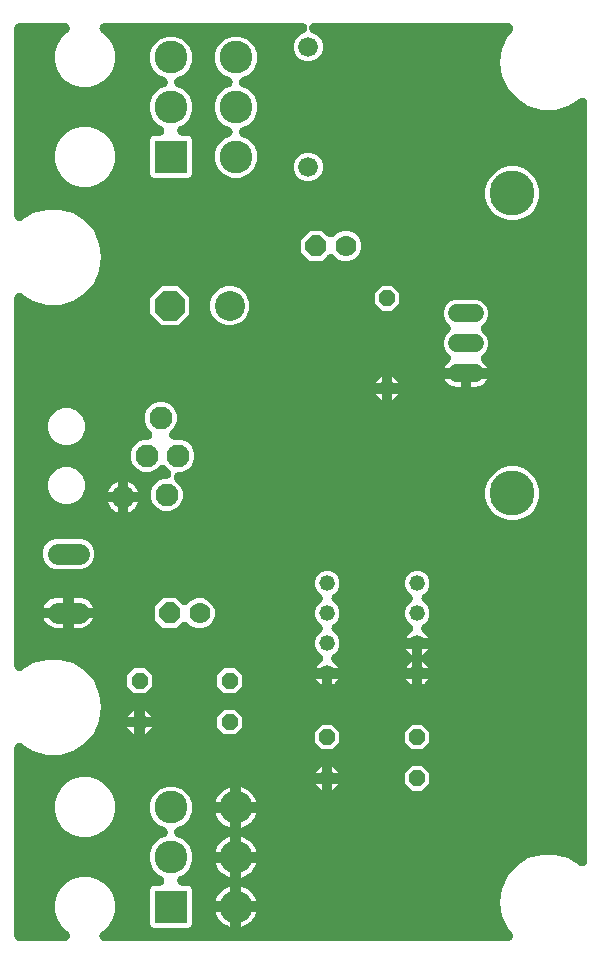
<source format=gbr>
G04 EAGLE Gerber RS-274X export*
G75*
%MOMM*%
%FSLAX34Y34*%
%LPD*%
%INTop Copper*%
%IPPOS*%
%AMOC8*
5,1,8,0,0,1.08239X$1,22.5*%
G01*
%ADD10C,2.540000*%
%ADD11P,2.749271X8X202.500000*%
%ADD12C,1.676400*%
%ADD13C,2.775000*%
%ADD14R,2.775000X2.775000*%
%ADD15C,1.508000*%
%ADD16P,1.429621X8X202.500000*%
%ADD17P,1.429621X8X22.500000*%
%ADD18P,1.429621X8X112.500000*%
%ADD19C,1.320800*%
%ADD20C,1.950000*%
%ADD21C,3.810000*%
%ADD22P,1.924489X8X202.500000*%
%ADD23C,1.778000*%
%ADD24C,1.790700*%

G36*
X54008Y11433D02*
X54008Y11433D01*
X54037Y11431D01*
X54306Y11453D01*
X54573Y11471D01*
X54602Y11477D01*
X54631Y11479D01*
X54894Y11536D01*
X55157Y11590D01*
X55185Y11600D01*
X55213Y11606D01*
X55467Y11698D01*
X55720Y11786D01*
X55746Y11799D01*
X55773Y11809D01*
X56012Y11934D01*
X56251Y12056D01*
X56275Y12072D01*
X56301Y12086D01*
X56520Y12242D01*
X56742Y12394D01*
X56763Y12414D01*
X56787Y12431D01*
X56984Y12615D01*
X57182Y12795D01*
X57201Y12818D01*
X57223Y12838D01*
X57393Y13046D01*
X57566Y13252D01*
X57581Y13276D01*
X57600Y13299D01*
X57741Y13528D01*
X57884Y13755D01*
X57897Y13782D01*
X57912Y13807D01*
X58021Y14053D01*
X58133Y14297D01*
X58141Y14325D01*
X58153Y14352D01*
X58229Y14611D01*
X58307Y14867D01*
X58311Y14896D01*
X58320Y14924D01*
X58360Y15191D01*
X58403Y15455D01*
X58404Y15484D01*
X58408Y15513D01*
X58412Y15782D01*
X58419Y16051D01*
X58416Y16080D01*
X58417Y16109D01*
X58384Y16377D01*
X58356Y16643D01*
X58349Y16672D01*
X58345Y16701D01*
X58278Y16961D01*
X58214Y17222D01*
X58203Y17249D01*
X58196Y17278D01*
X58094Y17527D01*
X57995Y17776D01*
X57981Y17802D01*
X57970Y17829D01*
X57836Y18062D01*
X57705Y18297D01*
X57687Y18320D01*
X57673Y18346D01*
X57509Y18558D01*
X57347Y18774D01*
X57327Y18795D01*
X57309Y18818D01*
X57119Y19006D01*
X56929Y19198D01*
X56906Y19216D01*
X56885Y19237D01*
X56815Y19287D01*
X56458Y19563D01*
X56288Y19662D01*
X56200Y19724D01*
X55347Y20216D01*
X50616Y24948D01*
X47271Y30742D01*
X45539Y37205D01*
X45539Y43895D01*
X47271Y50358D01*
X50616Y56152D01*
X55348Y60884D01*
X61142Y64229D01*
X67605Y65961D01*
X74295Y65961D01*
X80758Y64229D01*
X86552Y60884D01*
X91284Y56152D01*
X94629Y50358D01*
X96361Y43895D01*
X96361Y37205D01*
X94629Y30742D01*
X91284Y24948D01*
X86553Y20216D01*
X85700Y19724D01*
X85675Y19708D01*
X85649Y19694D01*
X85427Y19541D01*
X85205Y19392D01*
X85183Y19373D01*
X85158Y19356D01*
X84959Y19175D01*
X84758Y18997D01*
X84739Y18975D01*
X84718Y18955D01*
X84544Y18748D01*
X84369Y18546D01*
X84353Y18521D01*
X84334Y18499D01*
X84190Y18271D01*
X84044Y18046D01*
X84031Y18020D01*
X84016Y17995D01*
X83903Y17750D01*
X83788Y17508D01*
X83779Y17480D01*
X83767Y17453D01*
X83689Y17197D01*
X83607Y16940D01*
X83602Y16911D01*
X83593Y16883D01*
X83550Y16618D01*
X83503Y16353D01*
X83502Y16324D01*
X83497Y16295D01*
X83490Y16026D01*
X83479Y15758D01*
X83482Y15729D01*
X83481Y15699D01*
X83509Y15433D01*
X83534Y15165D01*
X83541Y15136D01*
X83544Y15107D01*
X83608Y14847D01*
X83669Y14584D01*
X83679Y14557D01*
X83686Y14528D01*
X83785Y14278D01*
X83880Y14027D01*
X83894Y14001D01*
X83905Y13974D01*
X84036Y13739D01*
X84163Y13503D01*
X84181Y13479D01*
X84195Y13453D01*
X84357Y13238D01*
X84515Y13021D01*
X84535Y13000D01*
X84553Y12977D01*
X84742Y12785D01*
X84927Y12591D01*
X84950Y12573D01*
X84971Y12552D01*
X85183Y12387D01*
X85393Y12220D01*
X85419Y12205D01*
X85442Y12187D01*
X85675Y12052D01*
X85905Y11915D01*
X85932Y11903D01*
X85958Y11888D01*
X86206Y11786D01*
X86453Y11680D01*
X86482Y11672D01*
X86509Y11661D01*
X86767Y11594D01*
X87028Y11522D01*
X87057Y11518D01*
X87085Y11510D01*
X87172Y11502D01*
X87618Y11441D01*
X87815Y11441D01*
X87922Y11431D01*
X429262Y11431D01*
X429445Y11443D01*
X429628Y11446D01*
X429742Y11463D01*
X429856Y11471D01*
X430036Y11507D01*
X430217Y11535D01*
X430327Y11567D01*
X430440Y11590D01*
X430613Y11650D01*
X430789Y11702D01*
X430895Y11748D01*
X431003Y11786D01*
X431166Y11869D01*
X431334Y11944D01*
X431432Y12004D01*
X431534Y12056D01*
X431686Y12160D01*
X431841Y12256D01*
X431930Y12329D01*
X432025Y12394D01*
X432160Y12518D01*
X432302Y12634D01*
X432381Y12718D01*
X432466Y12795D01*
X432584Y12936D01*
X432709Y13070D01*
X432775Y13164D01*
X432849Y13252D01*
X432947Y13406D01*
X433053Y13556D01*
X433106Y13658D01*
X433168Y13755D01*
X433244Y13922D01*
X433329Y14084D01*
X433368Y14192D01*
X433416Y14297D01*
X433470Y14472D01*
X433532Y14645D01*
X433556Y14757D01*
X433590Y14867D01*
X433620Y15048D01*
X433658Y15227D01*
X433667Y15342D01*
X433686Y15455D01*
X433691Y15638D01*
X433706Y15821D01*
X433699Y15936D01*
X433702Y16051D01*
X433683Y16233D01*
X433673Y16416D01*
X433651Y16529D01*
X433639Y16643D01*
X433595Y16821D01*
X433561Y17001D01*
X433524Y17110D01*
X433497Y17222D01*
X433430Y17392D01*
X433371Y17567D01*
X433321Y17670D01*
X433279Y17776D01*
X433189Y17936D01*
X433108Y18101D01*
X433058Y18171D01*
X432988Y18297D01*
X432631Y18774D01*
X432624Y18780D01*
X432620Y18785D01*
X429399Y22503D01*
X424599Y33013D01*
X422955Y44450D01*
X424599Y55887D01*
X429399Y66397D01*
X436966Y75130D01*
X446686Y81377D01*
X457773Y84632D01*
X469327Y84632D01*
X480414Y81377D01*
X489722Y75394D01*
X489866Y75315D01*
X490005Y75227D01*
X490127Y75171D01*
X490244Y75106D01*
X490397Y75047D01*
X490547Y74979D01*
X490675Y74939D01*
X490800Y74891D01*
X490960Y74853D01*
X491117Y74805D01*
X491249Y74783D01*
X491379Y74752D01*
X491543Y74735D01*
X491705Y74709D01*
X491839Y74705D01*
X491972Y74691D01*
X492136Y74697D01*
X492301Y74692D01*
X492434Y74707D01*
X492568Y74711D01*
X492730Y74738D01*
X492893Y74756D01*
X493023Y74788D01*
X493155Y74810D01*
X493312Y74859D01*
X493472Y74898D01*
X493596Y74947D01*
X493724Y74987D01*
X493874Y75056D01*
X494026Y75116D01*
X494143Y75181D01*
X494265Y75238D01*
X494403Y75326D01*
X494547Y75407D01*
X494654Y75487D01*
X494767Y75559D01*
X494892Y75665D01*
X495024Y75764D01*
X495119Y75858D01*
X495221Y75945D01*
X495331Y76067D01*
X495448Y76182D01*
X495530Y76288D01*
X495620Y76388D01*
X495712Y76523D01*
X495813Y76653D01*
X495880Y76769D01*
X495956Y76880D01*
X496029Y77027D01*
X496112Y77169D01*
X496163Y77293D01*
X496223Y77413D01*
X496276Y77568D01*
X496339Y77720D01*
X496373Y77849D01*
X496416Y77976D01*
X496448Y78138D01*
X496490Y78297D01*
X496499Y78394D01*
X496532Y78561D01*
X496565Y79089D01*
X496569Y79133D01*
X496569Y720967D01*
X496558Y721131D01*
X496557Y721295D01*
X496538Y721428D01*
X496529Y721562D01*
X496496Y721722D01*
X496473Y721885D01*
X496437Y722014D01*
X496410Y722145D01*
X496356Y722301D01*
X496311Y722459D01*
X496258Y722582D01*
X496214Y722708D01*
X496140Y722855D01*
X496074Y723005D01*
X496005Y723120D01*
X495944Y723240D01*
X495851Y723375D01*
X495766Y723515D01*
X495682Y723620D01*
X495606Y723730D01*
X495495Y723852D01*
X495392Y723980D01*
X495295Y724072D01*
X495205Y724171D01*
X495079Y724277D01*
X494960Y724390D01*
X494851Y724468D01*
X494749Y724554D01*
X494610Y724642D01*
X494476Y724738D01*
X494358Y724801D01*
X494245Y724873D01*
X494096Y724941D01*
X493951Y725019D01*
X493825Y725066D01*
X493703Y725121D01*
X493546Y725169D01*
X493392Y725227D01*
X493261Y725256D01*
X493133Y725295D01*
X492971Y725322D01*
X492811Y725358D01*
X492678Y725370D01*
X492545Y725391D01*
X492381Y725396D01*
X492217Y725410D01*
X492083Y725404D01*
X491949Y725408D01*
X491786Y725390D01*
X491622Y725383D01*
X491490Y725359D01*
X491357Y725344D01*
X491197Y725305D01*
X491036Y725276D01*
X490908Y725234D01*
X490778Y725202D01*
X490625Y725142D01*
X490469Y725091D01*
X490382Y725046D01*
X490224Y724984D01*
X489762Y724726D01*
X489722Y724706D01*
X480414Y718723D01*
X469327Y715468D01*
X457773Y715468D01*
X446686Y718723D01*
X436966Y724970D01*
X429399Y733703D01*
X424599Y744213D01*
X422955Y755650D01*
X424599Y767087D01*
X429399Y777597D01*
X432620Y781315D01*
X432731Y781461D01*
X432849Y781602D01*
X432910Y781699D01*
X432980Y781790D01*
X433069Y781950D01*
X433168Y782105D01*
X433216Y782210D01*
X433272Y782309D01*
X433340Y782480D01*
X433416Y782647D01*
X433450Y782756D01*
X433492Y782863D01*
X433537Y783041D01*
X433590Y783217D01*
X433608Y783330D01*
X433636Y783441D01*
X433656Y783624D01*
X433686Y783805D01*
X433689Y783920D01*
X433702Y784034D01*
X433697Y784217D01*
X433702Y784401D01*
X433690Y784515D01*
X433687Y784630D01*
X433659Y784811D01*
X433639Y784993D01*
X433612Y785105D01*
X433594Y785218D01*
X433541Y785394D01*
X433497Y785572D01*
X433455Y785679D01*
X433422Y785789D01*
X433346Y785956D01*
X433279Y786126D01*
X433223Y786227D01*
X433175Y786331D01*
X433078Y786486D01*
X432988Y786647D01*
X432919Y786739D01*
X432858Y786836D01*
X432741Y786976D01*
X432631Y787124D01*
X432550Y787205D01*
X432477Y787294D01*
X432341Y787417D01*
X432213Y787548D01*
X432122Y787619D01*
X432037Y787696D01*
X431887Y787801D01*
X431741Y787913D01*
X431642Y787971D01*
X431548Y788036D01*
X431385Y788120D01*
X431226Y788212D01*
X431119Y788256D01*
X431017Y788308D01*
X430844Y788369D01*
X430675Y788439D01*
X430564Y788468D01*
X430455Y788506D01*
X430276Y788543D01*
X430098Y788590D01*
X430012Y788598D01*
X429872Y788627D01*
X429277Y788669D01*
X429268Y788669D01*
X429262Y788669D01*
X265499Y788669D01*
X265477Y788668D01*
X265455Y788669D01*
X265179Y788648D01*
X264904Y788629D01*
X264883Y788625D01*
X264861Y788623D01*
X264591Y788565D01*
X264320Y788510D01*
X264299Y788503D01*
X264278Y788498D01*
X264018Y788405D01*
X263758Y788314D01*
X263738Y788304D01*
X263717Y788297D01*
X263472Y788169D01*
X263226Y788044D01*
X263208Y788032D01*
X263189Y788022D01*
X262963Y787863D01*
X262736Y787706D01*
X262719Y787691D01*
X262701Y787678D01*
X262500Y787491D01*
X262295Y787305D01*
X262281Y787288D01*
X262265Y787273D01*
X262090Y787060D01*
X261912Y786849D01*
X261900Y786830D01*
X261886Y786813D01*
X261741Y786579D01*
X261593Y786345D01*
X261584Y786325D01*
X261572Y786306D01*
X261459Y786054D01*
X261344Y785803D01*
X261338Y785782D01*
X261329Y785762D01*
X261251Y785497D01*
X261171Y785233D01*
X261167Y785212D01*
X261161Y785191D01*
X261119Y784918D01*
X261075Y784645D01*
X261074Y784623D01*
X261071Y784601D01*
X261066Y784325D01*
X261058Y784049D01*
X261060Y784028D01*
X261060Y784006D01*
X261092Y783731D01*
X261122Y783457D01*
X261127Y783435D01*
X261129Y783414D01*
X261198Y783146D01*
X261264Y782878D01*
X261272Y782858D01*
X261277Y782836D01*
X261381Y782579D01*
X261482Y782324D01*
X261493Y782305D01*
X261501Y782284D01*
X261638Y782045D01*
X261772Y781803D01*
X261786Y781786D01*
X261797Y781767D01*
X261963Y781549D01*
X262130Y781327D01*
X262145Y781311D01*
X262159Y781293D01*
X262353Y781100D01*
X262548Y780902D01*
X262565Y780888D01*
X262581Y780873D01*
X262800Y780707D01*
X263019Y780537D01*
X263038Y780526D01*
X263056Y780513D01*
X263120Y780479D01*
X263535Y780238D01*
X263707Y780168D01*
X263798Y780119D01*
X267257Y778687D01*
X270687Y775257D01*
X272543Y770775D01*
X272543Y765925D01*
X270687Y761443D01*
X267257Y758013D01*
X262775Y756157D01*
X257925Y756157D01*
X253443Y758013D01*
X250013Y761443D01*
X248157Y765925D01*
X248157Y770775D01*
X250013Y775257D01*
X253443Y778687D01*
X256902Y780119D01*
X256922Y780129D01*
X256942Y780136D01*
X257188Y780261D01*
X257436Y780384D01*
X257454Y780396D01*
X257474Y780406D01*
X257702Y780563D01*
X257930Y780717D01*
X257946Y780732D01*
X257964Y780744D01*
X258169Y780930D01*
X258375Y781114D01*
X258389Y781130D01*
X258405Y781145D01*
X258583Y781357D01*
X258762Y781566D01*
X258774Y781585D01*
X258788Y781602D01*
X258937Y781836D01*
X259086Y782067D01*
X259095Y782086D01*
X259107Y782105D01*
X259223Y782357D01*
X259340Y782606D01*
X259347Y782627D01*
X259356Y782647D01*
X259436Y782909D01*
X259519Y783174D01*
X259523Y783196D01*
X259529Y783217D01*
X259574Y783489D01*
X259621Y783761D01*
X259622Y783783D01*
X259625Y783805D01*
X259633Y784080D01*
X259643Y784357D01*
X259641Y784379D01*
X259642Y784401D01*
X259613Y784674D01*
X259586Y784950D01*
X259581Y784971D01*
X259578Y784993D01*
X259513Y785261D01*
X259449Y785530D01*
X259442Y785550D01*
X259436Y785572D01*
X259335Y785829D01*
X259237Y786087D01*
X259226Y786106D01*
X259218Y786126D01*
X259083Y786368D01*
X258951Y786610D01*
X258938Y786627D01*
X258928Y786647D01*
X258761Y786869D01*
X258599Y787090D01*
X258583Y787106D01*
X258570Y787124D01*
X258376Y787321D01*
X258185Y787519D01*
X258167Y787533D01*
X258152Y787548D01*
X257935Y787717D01*
X257717Y787888D01*
X257698Y787900D01*
X257681Y787913D01*
X257443Y788051D01*
X257204Y788192D01*
X257184Y788201D01*
X257165Y788212D01*
X256910Y788317D01*
X256656Y788424D01*
X256634Y788430D01*
X256614Y788439D01*
X256347Y788509D01*
X256081Y788581D01*
X256059Y788584D01*
X256038Y788590D01*
X255965Y788597D01*
X255490Y788660D01*
X255304Y788659D01*
X255201Y788669D01*
X87922Y788669D01*
X87892Y788667D01*
X87863Y788669D01*
X87594Y788647D01*
X87327Y788629D01*
X87298Y788623D01*
X87269Y788621D01*
X87006Y788564D01*
X86743Y788510D01*
X86715Y788500D01*
X86687Y788494D01*
X86434Y788402D01*
X86180Y788314D01*
X86154Y788301D01*
X86127Y788291D01*
X85888Y788166D01*
X85649Y788044D01*
X85625Y788028D01*
X85599Y788014D01*
X85380Y787859D01*
X85158Y787706D01*
X85137Y787686D01*
X85113Y787669D01*
X84917Y787486D01*
X84718Y787305D01*
X84699Y787282D01*
X84677Y787262D01*
X84508Y787055D01*
X84334Y786849D01*
X84319Y786824D01*
X84300Y786801D01*
X84160Y786573D01*
X84016Y786345D01*
X84003Y786318D01*
X83988Y786293D01*
X83879Y786048D01*
X83767Y785803D01*
X83759Y785775D01*
X83747Y785749D01*
X83671Y785490D01*
X83593Y785233D01*
X83589Y785204D01*
X83580Y785176D01*
X83540Y784910D01*
X83497Y784645D01*
X83496Y784616D01*
X83492Y784587D01*
X83488Y784318D01*
X83481Y784049D01*
X83484Y784020D01*
X83483Y783991D01*
X83516Y783724D01*
X83544Y783457D01*
X83551Y783428D01*
X83555Y783399D01*
X83622Y783139D01*
X83686Y782878D01*
X83697Y782851D01*
X83704Y782823D01*
X83807Y782572D01*
X83905Y782324D01*
X83919Y782298D01*
X83930Y782271D01*
X84064Y782038D01*
X84195Y781803D01*
X84213Y781780D01*
X84227Y781754D01*
X84391Y781543D01*
X84553Y781327D01*
X84573Y781306D01*
X84591Y781282D01*
X84782Y781094D01*
X84971Y780902D01*
X84994Y780884D01*
X85015Y780863D01*
X85086Y780813D01*
X85442Y780537D01*
X85612Y780438D01*
X85699Y780376D01*
X86552Y779884D01*
X91284Y775152D01*
X94629Y769358D01*
X96361Y762895D01*
X96361Y756205D01*
X94629Y749742D01*
X91284Y743948D01*
X86552Y739216D01*
X80758Y735871D01*
X74295Y734139D01*
X67605Y734139D01*
X61142Y735871D01*
X55348Y739216D01*
X50616Y743948D01*
X47271Y749742D01*
X45539Y756205D01*
X45539Y762895D01*
X47271Y769358D01*
X50616Y775152D01*
X55348Y779884D01*
X56201Y780376D01*
X56225Y780392D01*
X56251Y780406D01*
X56473Y780559D01*
X56696Y780708D01*
X56718Y780728D01*
X56742Y780744D01*
X56941Y780925D01*
X57142Y781103D01*
X57161Y781125D01*
X57182Y781145D01*
X57356Y781352D01*
X57531Y781554D01*
X57547Y781579D01*
X57566Y781602D01*
X57710Y781829D01*
X57856Y782054D01*
X57869Y782080D01*
X57884Y782105D01*
X57996Y782349D01*
X58112Y782592D01*
X58121Y782620D01*
X58133Y782647D01*
X58211Y782902D01*
X58293Y783160D01*
X58298Y783189D01*
X58307Y783217D01*
X58350Y783481D01*
X58397Y783747D01*
X58398Y783776D01*
X58403Y783805D01*
X58410Y784073D01*
X58421Y784342D01*
X58418Y784371D01*
X58419Y784401D01*
X58391Y784668D01*
X58366Y784935D01*
X58359Y784964D01*
X58356Y784993D01*
X58292Y785254D01*
X58231Y785516D01*
X58221Y785543D01*
X58214Y785572D01*
X58115Y785822D01*
X58020Y786073D01*
X58006Y786099D01*
X57995Y786126D01*
X57864Y786361D01*
X57736Y786597D01*
X57719Y786621D01*
X57705Y786647D01*
X57543Y786863D01*
X57385Y787079D01*
X57365Y787100D01*
X57347Y787124D01*
X57158Y787316D01*
X56973Y787509D01*
X56950Y787527D01*
X56929Y787548D01*
X56717Y787713D01*
X56507Y787880D01*
X56481Y787895D01*
X56458Y787913D01*
X56225Y788048D01*
X55995Y788186D01*
X55968Y788197D01*
X55942Y788212D01*
X55694Y788314D01*
X55447Y788420D01*
X55418Y788427D01*
X55391Y788439D01*
X55131Y788507D01*
X54872Y788578D01*
X54843Y788582D01*
X54815Y788590D01*
X54728Y788598D01*
X54282Y788659D01*
X54085Y788659D01*
X53978Y788669D01*
X15875Y788669D01*
X15787Y788663D01*
X15699Y788666D01*
X15490Y788643D01*
X15280Y788629D01*
X15194Y788612D01*
X15107Y788602D01*
X14903Y788552D01*
X14697Y788510D01*
X14613Y788481D01*
X14528Y788460D01*
X14332Y788383D01*
X14134Y788314D01*
X14055Y788274D01*
X13974Y788242D01*
X13790Y788140D01*
X13602Y788044D01*
X13530Y787994D01*
X13453Y787952D01*
X13285Y787825D01*
X13112Y787706D01*
X13047Y787647D01*
X12977Y787594D01*
X12827Y787446D01*
X12671Y787305D01*
X12614Y787238D01*
X12552Y787176D01*
X12423Y787010D01*
X12288Y786849D01*
X12241Y786774D01*
X12187Y786705D01*
X12082Y786523D01*
X11969Y786345D01*
X11932Y786265D01*
X11888Y786189D01*
X11808Y785995D01*
X11720Y785803D01*
X11695Y785719D01*
X11661Y785638D01*
X11608Y785435D01*
X11547Y785233D01*
X11533Y785147D01*
X11510Y785062D01*
X11498Y784938D01*
X11451Y784645D01*
X11442Y784348D01*
X11431Y784225D01*
X11431Y625233D01*
X11442Y625069D01*
X11443Y624905D01*
X11462Y624772D01*
X11471Y624638D01*
X11504Y624478D01*
X11527Y624315D01*
X11563Y624186D01*
X11590Y624055D01*
X11644Y623899D01*
X11689Y623741D01*
X11742Y623618D01*
X11786Y623492D01*
X11860Y623345D01*
X11926Y623195D01*
X11995Y623080D01*
X12056Y622960D01*
X12149Y622825D01*
X12234Y622685D01*
X12318Y622580D01*
X12394Y622470D01*
X12505Y622348D01*
X12608Y622220D01*
X12705Y622128D01*
X12795Y622029D01*
X12921Y621923D01*
X13040Y621810D01*
X13149Y621732D01*
X13252Y621646D01*
X13390Y621558D01*
X13524Y621462D01*
X13642Y621399D01*
X13755Y621327D01*
X13904Y621259D01*
X14049Y621181D01*
X14175Y621134D01*
X14297Y621079D01*
X14454Y621031D01*
X14608Y620973D01*
X14739Y620944D01*
X14867Y620905D01*
X15029Y620878D01*
X15189Y620842D01*
X15322Y620830D01*
X15455Y620809D01*
X15619Y620804D01*
X15783Y620790D01*
X15917Y620796D01*
X16051Y620792D01*
X16214Y620810D01*
X16378Y620817D01*
X16510Y620841D01*
X16643Y620856D01*
X16803Y620895D01*
X16964Y620924D01*
X17092Y620966D01*
X17222Y620998D01*
X17375Y621058D01*
X17531Y621109D01*
X17618Y621154D01*
X17776Y621216D01*
X18238Y621474D01*
X18278Y621494D01*
X27586Y627477D01*
X38673Y630732D01*
X50227Y630732D01*
X61314Y627477D01*
X71034Y621230D01*
X78601Y612497D01*
X83401Y601987D01*
X85045Y590550D01*
X83401Y579113D01*
X78601Y568603D01*
X71034Y559870D01*
X61314Y553623D01*
X50227Y550368D01*
X38673Y550368D01*
X27586Y553623D01*
X18278Y559606D01*
X18134Y559685D01*
X17995Y559773D01*
X17873Y559829D01*
X17756Y559894D01*
X17603Y559953D01*
X17453Y560021D01*
X17325Y560061D01*
X17200Y560109D01*
X17040Y560147D01*
X16883Y560195D01*
X16751Y560217D01*
X16621Y560248D01*
X16457Y560265D01*
X16295Y560291D01*
X16161Y560295D01*
X16028Y560309D01*
X15864Y560303D01*
X15699Y560308D01*
X15566Y560293D01*
X15432Y560289D01*
X15270Y560262D01*
X15107Y560244D01*
X14977Y560212D01*
X14845Y560190D01*
X14688Y560141D01*
X14528Y560102D01*
X14404Y560053D01*
X14276Y560013D01*
X14126Y559944D01*
X13974Y559884D01*
X13857Y559819D01*
X13735Y559762D01*
X13597Y559674D01*
X13453Y559593D01*
X13346Y559513D01*
X13233Y559441D01*
X13108Y559335D01*
X12977Y559236D01*
X12881Y559142D01*
X12779Y559055D01*
X12669Y558933D01*
X12552Y558818D01*
X12470Y558712D01*
X12380Y558612D01*
X12288Y558477D01*
X12187Y558347D01*
X12120Y558231D01*
X12044Y558120D01*
X11971Y557973D01*
X11888Y557831D01*
X11837Y557707D01*
X11777Y557587D01*
X11724Y557432D01*
X11661Y557280D01*
X11627Y557151D01*
X11584Y557024D01*
X11552Y556862D01*
X11510Y556703D01*
X11501Y556606D01*
X11468Y556439D01*
X11435Y555911D01*
X11431Y555867D01*
X11431Y244233D01*
X11442Y244069D01*
X11443Y243905D01*
X11462Y243772D01*
X11471Y243638D01*
X11504Y243478D01*
X11527Y243315D01*
X11563Y243186D01*
X11590Y243055D01*
X11644Y242899D01*
X11689Y242741D01*
X11742Y242618D01*
X11786Y242492D01*
X11860Y242345D01*
X11926Y242195D01*
X11995Y242080D01*
X12056Y241960D01*
X12149Y241825D01*
X12234Y241685D01*
X12318Y241580D01*
X12394Y241470D01*
X12505Y241348D01*
X12608Y241220D01*
X12705Y241128D01*
X12795Y241029D01*
X12921Y240923D01*
X13040Y240810D01*
X13149Y240732D01*
X13252Y240646D01*
X13390Y240558D01*
X13524Y240462D01*
X13642Y240399D01*
X13755Y240327D01*
X13904Y240259D01*
X14049Y240181D01*
X14175Y240134D01*
X14297Y240079D01*
X14454Y240031D01*
X14608Y239973D01*
X14739Y239944D01*
X14867Y239905D01*
X15029Y239878D01*
X15189Y239842D01*
X15323Y239830D01*
X15455Y239809D01*
X15619Y239804D01*
X15783Y239790D01*
X15917Y239796D01*
X16051Y239792D01*
X16214Y239810D01*
X16378Y239817D01*
X16510Y239841D01*
X16643Y239856D01*
X16803Y239895D01*
X16964Y239924D01*
X17092Y239966D01*
X17222Y239998D01*
X17375Y240058D01*
X17531Y240109D01*
X17618Y240154D01*
X17776Y240216D01*
X18238Y240474D01*
X18278Y240494D01*
X27586Y246477D01*
X38673Y249732D01*
X50227Y249732D01*
X61314Y246477D01*
X71034Y240230D01*
X78601Y231497D01*
X83401Y220987D01*
X85045Y209550D01*
X83401Y198113D01*
X78601Y187603D01*
X71034Y178870D01*
X61314Y172623D01*
X50227Y169368D01*
X38673Y169368D01*
X27586Y172623D01*
X18278Y178606D01*
X18134Y178685D01*
X17995Y178773D01*
X17873Y178829D01*
X17756Y178894D01*
X17603Y178953D01*
X17453Y179021D01*
X17325Y179061D01*
X17200Y179109D01*
X17040Y179147D01*
X16883Y179195D01*
X16751Y179217D01*
X16621Y179248D01*
X16457Y179265D01*
X16295Y179291D01*
X16161Y179295D01*
X16028Y179309D01*
X15864Y179303D01*
X15699Y179308D01*
X15566Y179293D01*
X15432Y179289D01*
X15270Y179262D01*
X15107Y179244D01*
X14977Y179212D01*
X14845Y179190D01*
X14688Y179141D01*
X14528Y179102D01*
X14404Y179053D01*
X14276Y179013D01*
X14126Y178944D01*
X13974Y178884D01*
X13857Y178819D01*
X13735Y178762D01*
X13597Y178674D01*
X13453Y178593D01*
X13346Y178513D01*
X13233Y178441D01*
X13108Y178335D01*
X12977Y178236D01*
X12881Y178142D01*
X12779Y178055D01*
X12669Y177933D01*
X12552Y177818D01*
X12470Y177712D01*
X12380Y177612D01*
X12288Y177477D01*
X12187Y177347D01*
X12120Y177231D01*
X12044Y177120D01*
X11971Y176973D01*
X11888Y176831D01*
X11837Y176707D01*
X11777Y176587D01*
X11724Y176432D01*
X11661Y176280D01*
X11627Y176151D01*
X11584Y176024D01*
X11552Y175862D01*
X11510Y175703D01*
X11501Y175606D01*
X11468Y175439D01*
X11435Y174911D01*
X11431Y174867D01*
X11431Y15875D01*
X11437Y15787D01*
X11434Y15699D01*
X11457Y15490D01*
X11471Y15280D01*
X11488Y15194D01*
X11498Y15107D01*
X11548Y14903D01*
X11590Y14697D01*
X11619Y14613D01*
X11640Y14528D01*
X11717Y14332D01*
X11786Y14134D01*
X11826Y14055D01*
X11858Y13974D01*
X11961Y13790D01*
X12056Y13602D01*
X12106Y13530D01*
X12149Y13453D01*
X12275Y13285D01*
X12394Y13112D01*
X12453Y13047D01*
X12506Y12977D01*
X12654Y12827D01*
X12795Y12671D01*
X12862Y12614D01*
X12924Y12552D01*
X13090Y12423D01*
X13252Y12288D01*
X13326Y12241D01*
X13395Y12187D01*
X13577Y12082D01*
X13755Y11969D01*
X13835Y11932D01*
X13911Y11888D01*
X14105Y11808D01*
X14297Y11720D01*
X14381Y11695D01*
X14462Y11661D01*
X14666Y11608D01*
X14867Y11547D01*
X14953Y11533D01*
X15038Y11510D01*
X15162Y11498D01*
X15455Y11451D01*
X15752Y11442D01*
X15875Y11431D01*
X53978Y11431D01*
X54008Y11433D01*
G37*
%LPC*%
G36*
X129317Y657864D02*
X129317Y657864D01*
X127916Y658444D01*
X126844Y659516D01*
X126264Y660917D01*
X126264Y690183D01*
X126844Y691584D01*
X127916Y692656D01*
X129317Y693236D01*
X134092Y693236D01*
X134114Y693237D01*
X134136Y693236D01*
X134413Y693257D01*
X134687Y693276D01*
X134708Y693280D01*
X134730Y693282D01*
X135000Y693340D01*
X135271Y693395D01*
X135291Y693402D01*
X135313Y693407D01*
X135573Y693500D01*
X135833Y693591D01*
X135853Y693601D01*
X135874Y693608D01*
X136119Y693736D01*
X136365Y693861D01*
X136383Y693873D01*
X136402Y693883D01*
X136627Y694042D01*
X136855Y694199D01*
X136871Y694214D01*
X136889Y694227D01*
X137092Y694414D01*
X137296Y694600D01*
X137310Y694617D01*
X137326Y694632D01*
X137502Y694846D01*
X137679Y695056D01*
X137691Y695075D01*
X137705Y695092D01*
X137850Y695326D01*
X137998Y695560D01*
X138007Y695580D01*
X138019Y695599D01*
X138131Y695851D01*
X138247Y696102D01*
X138253Y696123D01*
X138262Y696143D01*
X138340Y696408D01*
X138420Y696672D01*
X138424Y696693D01*
X138430Y696714D01*
X138472Y696987D01*
X138516Y697260D01*
X138517Y697282D01*
X138520Y697304D01*
X138525Y697580D01*
X138533Y697856D01*
X138530Y697877D01*
X138531Y697899D01*
X138499Y698174D01*
X138469Y698448D01*
X138464Y698470D01*
X138462Y698491D01*
X138393Y698759D01*
X138327Y699027D01*
X138319Y699047D01*
X138314Y699069D01*
X138210Y699326D01*
X138109Y699581D01*
X138098Y699600D01*
X138090Y699621D01*
X137953Y699860D01*
X137819Y700102D01*
X137805Y700119D01*
X137794Y700138D01*
X137627Y700357D01*
X137461Y700578D01*
X137446Y700594D01*
X137432Y700612D01*
X137237Y700806D01*
X137043Y701003D01*
X137025Y701017D01*
X137010Y701032D01*
X136790Y701199D01*
X136572Y701368D01*
X136553Y701379D01*
X136535Y701392D01*
X136471Y701427D01*
X136056Y701667D01*
X135884Y701737D01*
X135793Y701786D01*
X133932Y702557D01*
X128957Y707532D01*
X126264Y714032D01*
X126264Y721068D01*
X128957Y727568D01*
X133932Y732543D01*
X138521Y734444D01*
X138560Y734464D01*
X138602Y734478D01*
X138828Y734596D01*
X139055Y734709D01*
X139091Y734733D01*
X139130Y734753D01*
X139338Y734900D01*
X139549Y735042D01*
X139582Y735071D01*
X139617Y735097D01*
X139803Y735269D01*
X139994Y735439D01*
X140022Y735472D01*
X140054Y735502D01*
X140216Y735698D01*
X140381Y735891D01*
X140405Y735928D01*
X140433Y735962D01*
X140567Y736178D01*
X140705Y736392D01*
X140724Y736431D01*
X140747Y736469D01*
X140851Y736701D01*
X140959Y736931D01*
X140972Y736973D01*
X140990Y737013D01*
X141062Y737257D01*
X141138Y737499D01*
X141146Y737542D01*
X141158Y737585D01*
X141197Y737836D01*
X141240Y738086D01*
X141242Y738130D01*
X141248Y738174D01*
X141253Y738428D01*
X141262Y738682D01*
X141258Y738725D01*
X141259Y738769D01*
X141229Y739022D01*
X141205Y739275D01*
X141195Y739318D01*
X141190Y739361D01*
X141127Y739607D01*
X141068Y739855D01*
X141053Y739896D01*
X141042Y739939D01*
X140946Y740175D01*
X140856Y740412D01*
X140835Y740450D01*
X140818Y740491D01*
X140692Y740712D01*
X140570Y740935D01*
X140544Y740970D01*
X140522Y741008D01*
X140368Y741211D01*
X140217Y741415D01*
X140187Y741447D01*
X140160Y741482D01*
X139980Y741661D01*
X139804Y741844D01*
X139769Y741871D01*
X139738Y741902D01*
X139536Y742056D01*
X139336Y742213D01*
X139298Y742236D01*
X139263Y742262D01*
X139170Y742312D01*
X138823Y742517D01*
X138621Y742603D01*
X138521Y742656D01*
X133932Y744557D01*
X128957Y749532D01*
X126264Y756032D01*
X126264Y763068D01*
X128957Y769568D01*
X133932Y774543D01*
X140432Y777236D01*
X147468Y777236D01*
X153968Y774543D01*
X158943Y769568D01*
X161636Y763068D01*
X161636Y756032D01*
X158943Y749532D01*
X153968Y744557D01*
X149379Y742656D01*
X149340Y742636D01*
X149298Y742622D01*
X149073Y742505D01*
X148845Y742392D01*
X148809Y742367D01*
X148770Y742347D01*
X148562Y742200D01*
X148351Y742058D01*
X148319Y742029D01*
X148283Y742003D01*
X148096Y741830D01*
X147907Y741661D01*
X147878Y741628D01*
X147846Y741598D01*
X147684Y741402D01*
X147519Y741209D01*
X147495Y741172D01*
X147467Y741138D01*
X147332Y740921D01*
X147195Y740708D01*
X147176Y740669D01*
X147153Y740631D01*
X147049Y740399D01*
X146941Y740169D01*
X146928Y740127D01*
X146910Y740087D01*
X146838Y739843D01*
X146762Y739601D01*
X146754Y739558D01*
X146742Y739516D01*
X146703Y739264D01*
X146660Y739014D01*
X146658Y738970D01*
X146652Y738926D01*
X146647Y738672D01*
X146638Y738418D01*
X146642Y738375D01*
X146641Y738331D01*
X146671Y738078D01*
X146695Y737825D01*
X146705Y737782D01*
X146710Y737739D01*
X146773Y737493D01*
X146832Y737245D01*
X146847Y737204D01*
X146858Y737161D01*
X146954Y736926D01*
X147044Y736688D01*
X147065Y736650D01*
X147082Y736609D01*
X147208Y736388D01*
X147330Y736165D01*
X147356Y736130D01*
X147378Y736092D01*
X147532Y735890D01*
X147682Y735685D01*
X147713Y735653D01*
X147740Y735618D01*
X147919Y735440D01*
X148096Y735256D01*
X148131Y735229D01*
X148162Y735198D01*
X148364Y735045D01*
X148564Y734887D01*
X148602Y734864D01*
X148637Y734838D01*
X148730Y734788D01*
X149077Y734583D01*
X149279Y734497D01*
X149379Y734444D01*
X153968Y732543D01*
X158943Y727568D01*
X161636Y721068D01*
X161636Y714032D01*
X158943Y707532D01*
X153968Y702557D01*
X152107Y701786D01*
X152087Y701776D01*
X152067Y701769D01*
X151821Y701644D01*
X151573Y701521D01*
X151555Y701509D01*
X151535Y701499D01*
X151307Y701342D01*
X151079Y701188D01*
X151063Y701173D01*
X151045Y701161D01*
X150840Y700975D01*
X150635Y700791D01*
X150620Y700775D01*
X150604Y700760D01*
X150427Y700549D01*
X150247Y700339D01*
X150235Y700320D01*
X150221Y700303D01*
X150073Y700070D01*
X149923Y699838D01*
X149914Y699819D01*
X149902Y699800D01*
X149787Y699548D01*
X149669Y699299D01*
X149663Y699278D01*
X149653Y699258D01*
X149573Y698996D01*
X149490Y698731D01*
X149486Y698709D01*
X149480Y698688D01*
X149435Y698416D01*
X149388Y698144D01*
X149387Y698122D01*
X149384Y698100D01*
X149376Y697825D01*
X149366Y697548D01*
X149368Y697526D01*
X149367Y697504D01*
X149396Y697231D01*
X149423Y696955D01*
X149428Y696934D01*
X149431Y696912D01*
X149497Y696643D01*
X149560Y696375D01*
X149567Y696355D01*
X149573Y696333D01*
X149674Y696076D01*
X149772Y695818D01*
X149783Y695799D01*
X149791Y695779D01*
X149926Y695537D01*
X150058Y695295D01*
X150071Y695278D01*
X150081Y695258D01*
X150248Y695036D01*
X150410Y694815D01*
X150426Y694799D01*
X150439Y694781D01*
X150634Y694584D01*
X150824Y694386D01*
X150841Y694373D01*
X150857Y694357D01*
X151077Y694187D01*
X151292Y694017D01*
X151311Y694005D01*
X151328Y693992D01*
X151567Y693853D01*
X151805Y693713D01*
X151825Y693704D01*
X151844Y693693D01*
X152099Y693588D01*
X152353Y693481D01*
X152375Y693475D01*
X152395Y693466D01*
X152662Y693396D01*
X152928Y693324D01*
X152950Y693321D01*
X152971Y693315D01*
X153044Y693308D01*
X153519Y693245D01*
X153705Y693246D01*
X153808Y693236D01*
X158583Y693236D01*
X159984Y692656D01*
X161056Y691584D01*
X161636Y690183D01*
X161636Y660917D01*
X161056Y659516D01*
X159984Y658444D01*
X158583Y657864D01*
X129317Y657864D01*
G37*
%LPD*%
%LPC*%
G36*
X129317Y22864D02*
X129317Y22864D01*
X127916Y23444D01*
X126844Y24516D01*
X126264Y25917D01*
X126264Y55183D01*
X126844Y56584D01*
X127916Y57656D01*
X129317Y58236D01*
X134092Y58236D01*
X134114Y58237D01*
X134136Y58236D01*
X134411Y58257D01*
X134687Y58276D01*
X134708Y58280D01*
X134730Y58282D01*
X134999Y58339D01*
X135271Y58395D01*
X135291Y58402D01*
X135313Y58407D01*
X135572Y58500D01*
X135833Y58591D01*
X135853Y58601D01*
X135874Y58608D01*
X136118Y58735D01*
X136365Y58861D01*
X136383Y58873D01*
X136402Y58883D01*
X136628Y59043D01*
X136855Y59199D01*
X136871Y59214D01*
X136890Y59227D01*
X137093Y59415D01*
X137296Y59600D01*
X137310Y59617D01*
X137326Y59632D01*
X137502Y59845D01*
X137679Y60056D01*
X137691Y60075D01*
X137705Y60092D01*
X137850Y60326D01*
X137998Y60560D01*
X138007Y60580D01*
X138019Y60599D01*
X138131Y60850D01*
X138247Y61102D01*
X138253Y61123D01*
X138262Y61143D01*
X138340Y61409D01*
X138420Y61672D01*
X138424Y61693D01*
X138430Y61714D01*
X138472Y61989D01*
X138516Y62260D01*
X138517Y62282D01*
X138520Y62304D01*
X138525Y62580D01*
X138533Y62856D01*
X138531Y62877D01*
X138531Y62899D01*
X138499Y63173D01*
X138469Y63448D01*
X138464Y63469D01*
X138462Y63491D01*
X138393Y63758D01*
X138327Y64027D01*
X138319Y64047D01*
X138314Y64069D01*
X138210Y64324D01*
X138109Y64581D01*
X138098Y64600D01*
X138090Y64621D01*
X137953Y64860D01*
X137819Y65102D01*
X137805Y65119D01*
X137794Y65138D01*
X137628Y65356D01*
X137461Y65578D01*
X137446Y65594D01*
X137432Y65612D01*
X137238Y65805D01*
X137043Y66003D01*
X137026Y66017D01*
X137010Y66032D01*
X136790Y66199D01*
X136572Y66368D01*
X136553Y66379D01*
X136535Y66392D01*
X136471Y66427D01*
X136056Y66667D01*
X135884Y66737D01*
X135793Y66786D01*
X133932Y67557D01*
X128957Y72532D01*
X126264Y79032D01*
X126264Y86068D01*
X128957Y92568D01*
X133932Y97543D01*
X138521Y99444D01*
X138560Y99464D01*
X138602Y99478D01*
X138827Y99596D01*
X139055Y99709D01*
X139091Y99733D01*
X139130Y99753D01*
X139338Y99900D01*
X139549Y100042D01*
X139582Y100071D01*
X139618Y100097D01*
X139804Y100270D01*
X139994Y100439D01*
X140022Y100472D01*
X140054Y100502D01*
X140216Y100699D01*
X140381Y100891D01*
X140405Y100928D01*
X140433Y100962D01*
X140567Y101178D01*
X140705Y101392D01*
X140724Y101431D01*
X140747Y101469D01*
X140850Y101700D01*
X140959Y101931D01*
X140972Y101973D01*
X140990Y102013D01*
X141062Y102256D01*
X141138Y102499D01*
X141146Y102542D01*
X141158Y102585D01*
X141197Y102836D01*
X141240Y103086D01*
X141242Y103130D01*
X141248Y103174D01*
X141253Y103428D01*
X141262Y103682D01*
X141258Y103725D01*
X141259Y103769D01*
X141229Y104022D01*
X141205Y104275D01*
X141195Y104318D01*
X141190Y104361D01*
X141127Y104608D01*
X141068Y104855D01*
X141053Y104896D01*
X141042Y104939D01*
X140946Y105175D01*
X140856Y105412D01*
X140835Y105450D01*
X140818Y105491D01*
X140692Y105712D01*
X140570Y105935D01*
X140544Y105970D01*
X140522Y106008D01*
X140368Y106211D01*
X140218Y106415D01*
X140187Y106447D01*
X140160Y106482D01*
X139980Y106661D01*
X139804Y106844D01*
X139769Y106871D01*
X139738Y106902D01*
X139535Y107056D01*
X139336Y107213D01*
X139298Y107236D01*
X139263Y107262D01*
X139169Y107312D01*
X138823Y107517D01*
X138621Y107603D01*
X138521Y107656D01*
X133932Y109557D01*
X128957Y114532D01*
X126264Y121032D01*
X126264Y128068D01*
X128957Y134568D01*
X133932Y139543D01*
X140432Y142236D01*
X147468Y142236D01*
X153968Y139543D01*
X158943Y134568D01*
X161636Y128068D01*
X161636Y121032D01*
X158943Y114532D01*
X153968Y109557D01*
X149379Y107656D01*
X149340Y107636D01*
X149298Y107622D01*
X149073Y107505D01*
X148845Y107392D01*
X148809Y107367D01*
X148770Y107347D01*
X148562Y107200D01*
X148351Y107058D01*
X148318Y107029D01*
X148283Y107003D01*
X148096Y106831D01*
X147906Y106661D01*
X147878Y106628D01*
X147846Y106598D01*
X147685Y106402D01*
X147519Y106209D01*
X147495Y106172D01*
X147467Y106138D01*
X147333Y105922D01*
X147195Y105708D01*
X147176Y105669D01*
X147153Y105631D01*
X147049Y105399D01*
X146941Y105169D01*
X146928Y105127D01*
X146910Y105087D01*
X146838Y104844D01*
X146762Y104601D01*
X146754Y104558D01*
X146742Y104516D01*
X146703Y104264D01*
X146660Y104014D01*
X146658Y103970D01*
X146652Y103926D01*
X146647Y103672D01*
X146638Y103418D01*
X146642Y103375D01*
X146641Y103331D01*
X146671Y103078D01*
X146695Y102825D01*
X146705Y102782D01*
X146710Y102739D01*
X146773Y102493D01*
X146832Y102245D01*
X146847Y102204D01*
X146858Y102161D01*
X146954Y101926D01*
X147044Y101688D01*
X147065Y101650D01*
X147082Y101609D01*
X147208Y101389D01*
X147330Y101165D01*
X147356Y101130D01*
X147378Y101092D01*
X147532Y100890D01*
X147682Y100685D01*
X147713Y100653D01*
X147740Y100618D01*
X147920Y100439D01*
X148096Y100256D01*
X148131Y100229D01*
X148162Y100198D01*
X148365Y100044D01*
X148564Y99887D01*
X148602Y99864D01*
X148637Y99838D01*
X148730Y99788D01*
X149077Y99583D01*
X149279Y99497D01*
X149379Y99444D01*
X153968Y97543D01*
X158943Y92568D01*
X161636Y86068D01*
X161636Y79032D01*
X158943Y72532D01*
X153968Y67557D01*
X152107Y66786D01*
X152087Y66776D01*
X152067Y66769D01*
X151820Y66644D01*
X151573Y66521D01*
X151555Y66509D01*
X151535Y66499D01*
X151308Y66342D01*
X151079Y66188D01*
X151063Y66173D01*
X151045Y66161D01*
X150841Y65975D01*
X150634Y65791D01*
X150620Y65775D01*
X150604Y65760D01*
X150426Y65548D01*
X150247Y65339D01*
X150235Y65320D01*
X150221Y65303D01*
X150073Y65070D01*
X149923Y64838D01*
X149914Y64819D01*
X149902Y64800D01*
X149787Y64550D01*
X149669Y64299D01*
X149662Y64278D01*
X149653Y64258D01*
X149574Y63997D01*
X149490Y63731D01*
X149486Y63709D01*
X149480Y63688D01*
X149435Y63414D01*
X149388Y63144D01*
X149387Y63122D01*
X149384Y63100D01*
X149376Y62825D01*
X149366Y62548D01*
X149368Y62526D01*
X149367Y62504D01*
X149396Y62231D01*
X149423Y61955D01*
X149428Y61934D01*
X149431Y61912D01*
X149496Y61644D01*
X149560Y61375D01*
X149567Y61354D01*
X149573Y61333D01*
X149673Y61078D01*
X149772Y60818D01*
X149783Y60799D01*
X149791Y60779D01*
X149925Y60538D01*
X150058Y60295D01*
X150071Y60278D01*
X150081Y60258D01*
X150248Y60036D01*
X150410Y59815D01*
X150426Y59799D01*
X150439Y59781D01*
X150633Y59585D01*
X150824Y59386D01*
X150842Y59372D01*
X150857Y59357D01*
X151076Y59187D01*
X151292Y59017D01*
X151311Y59005D01*
X151328Y58992D01*
X151569Y58853D01*
X151805Y58713D01*
X151825Y58704D01*
X151844Y58693D01*
X152099Y58588D01*
X152353Y58481D01*
X152375Y58475D01*
X152395Y58466D01*
X152662Y58396D01*
X152928Y58324D01*
X152950Y58321D01*
X152971Y58315D01*
X153044Y58308D01*
X153519Y58245D01*
X153705Y58246D01*
X153808Y58236D01*
X158583Y58236D01*
X159984Y57656D01*
X161056Y56584D01*
X161636Y55183D01*
X161636Y25917D01*
X161056Y24516D01*
X159984Y23444D01*
X158583Y22864D01*
X129317Y22864D01*
G37*
%LPD*%
%LPC*%
G36*
X195432Y657864D02*
X195432Y657864D01*
X188932Y660557D01*
X183957Y665532D01*
X181264Y672032D01*
X181264Y679068D01*
X183957Y685568D01*
X188932Y690543D01*
X193521Y692444D01*
X193560Y692464D01*
X193602Y692478D01*
X193828Y692596D01*
X194055Y692709D01*
X194091Y692733D01*
X194130Y692753D01*
X194338Y692900D01*
X194549Y693042D01*
X194582Y693071D01*
X194617Y693097D01*
X194803Y693269D01*
X194994Y693439D01*
X195022Y693472D01*
X195054Y693502D01*
X195216Y693698D01*
X195381Y693891D01*
X195405Y693928D01*
X195433Y693962D01*
X195567Y694178D01*
X195705Y694392D01*
X195724Y694431D01*
X195747Y694469D01*
X195851Y694701D01*
X195959Y694931D01*
X195972Y694973D01*
X195990Y695013D01*
X196062Y695257D01*
X196138Y695499D01*
X196146Y695542D01*
X196158Y695585D01*
X196197Y695836D01*
X196240Y696086D01*
X196242Y696130D01*
X196248Y696174D01*
X196253Y696428D01*
X196262Y696682D01*
X196258Y696725D01*
X196259Y696769D01*
X196229Y697022D01*
X196205Y697275D01*
X196195Y697318D01*
X196190Y697361D01*
X196127Y697607D01*
X196068Y697855D01*
X196053Y697896D01*
X196042Y697939D01*
X195946Y698175D01*
X195856Y698412D01*
X195835Y698450D01*
X195818Y698491D01*
X195692Y698711D01*
X195570Y698935D01*
X195544Y698970D01*
X195522Y699008D01*
X195368Y699211D01*
X195217Y699415D01*
X195187Y699447D01*
X195160Y699482D01*
X194980Y699661D01*
X194804Y699844D01*
X194769Y699871D01*
X194738Y699902D01*
X194536Y700056D01*
X194336Y700213D01*
X194298Y700236D01*
X194263Y700262D01*
X194170Y700312D01*
X193823Y700517D01*
X193621Y700603D01*
X193521Y700656D01*
X188932Y702557D01*
X183957Y707532D01*
X181264Y714032D01*
X181264Y721068D01*
X183957Y727568D01*
X188932Y732543D01*
X193521Y734444D01*
X193560Y734464D01*
X193602Y734478D01*
X193828Y734596D01*
X194055Y734709D01*
X194091Y734733D01*
X194130Y734753D01*
X194338Y734900D01*
X194549Y735042D01*
X194582Y735071D01*
X194617Y735097D01*
X194803Y735269D01*
X194994Y735439D01*
X195022Y735472D01*
X195054Y735502D01*
X195216Y735698D01*
X195381Y735891D01*
X195405Y735928D01*
X195433Y735962D01*
X195567Y736178D01*
X195705Y736392D01*
X195724Y736431D01*
X195747Y736469D01*
X195851Y736701D01*
X195959Y736931D01*
X195972Y736973D01*
X195990Y737013D01*
X196062Y737257D01*
X196138Y737499D01*
X196146Y737542D01*
X196158Y737585D01*
X196197Y737836D01*
X196240Y738086D01*
X196242Y738130D01*
X196248Y738174D01*
X196253Y738428D01*
X196262Y738682D01*
X196258Y738725D01*
X196259Y738769D01*
X196229Y739022D01*
X196205Y739275D01*
X196195Y739318D01*
X196190Y739361D01*
X196127Y739607D01*
X196068Y739855D01*
X196053Y739896D01*
X196042Y739939D01*
X195946Y740175D01*
X195856Y740412D01*
X195835Y740450D01*
X195818Y740491D01*
X195692Y740712D01*
X195570Y740935D01*
X195544Y740970D01*
X195522Y741008D01*
X195368Y741211D01*
X195217Y741415D01*
X195187Y741447D01*
X195160Y741482D01*
X194980Y741661D01*
X194804Y741844D01*
X194769Y741871D01*
X194738Y741902D01*
X194536Y742056D01*
X194336Y742213D01*
X194298Y742236D01*
X194263Y742262D01*
X194170Y742312D01*
X193823Y742517D01*
X193621Y742603D01*
X193521Y742656D01*
X188932Y744557D01*
X183957Y749532D01*
X181264Y756032D01*
X181264Y763068D01*
X183957Y769568D01*
X188932Y774543D01*
X195432Y777236D01*
X202468Y777236D01*
X208968Y774543D01*
X213943Y769568D01*
X216636Y763068D01*
X216636Y756032D01*
X213943Y749532D01*
X208968Y744557D01*
X204379Y742656D01*
X204340Y742636D01*
X204298Y742622D01*
X204073Y742505D01*
X203845Y742392D01*
X203809Y742367D01*
X203770Y742347D01*
X203562Y742200D01*
X203351Y742058D01*
X203319Y742029D01*
X203283Y742003D01*
X203096Y741830D01*
X202907Y741661D01*
X202878Y741628D01*
X202846Y741598D01*
X202684Y741402D01*
X202519Y741209D01*
X202495Y741172D01*
X202467Y741138D01*
X202332Y740921D01*
X202195Y740708D01*
X202176Y740669D01*
X202153Y740631D01*
X202049Y740399D01*
X201941Y740169D01*
X201928Y740127D01*
X201910Y740087D01*
X201838Y739843D01*
X201762Y739601D01*
X201754Y739558D01*
X201742Y739516D01*
X201703Y739264D01*
X201660Y739014D01*
X201658Y738970D01*
X201652Y738926D01*
X201647Y738672D01*
X201638Y738418D01*
X201642Y738375D01*
X201641Y738331D01*
X201671Y738078D01*
X201695Y737825D01*
X201705Y737782D01*
X201710Y737739D01*
X201773Y737493D01*
X201832Y737245D01*
X201847Y737204D01*
X201858Y737161D01*
X201954Y736926D01*
X202044Y736688D01*
X202065Y736650D01*
X202082Y736609D01*
X202208Y736388D01*
X202330Y736165D01*
X202356Y736130D01*
X202378Y736092D01*
X202532Y735890D01*
X202682Y735685D01*
X202713Y735653D01*
X202740Y735618D01*
X202919Y735440D01*
X203096Y735256D01*
X203131Y735229D01*
X203162Y735198D01*
X203364Y735045D01*
X203564Y734887D01*
X203602Y734864D01*
X203637Y734838D01*
X203730Y734788D01*
X204077Y734583D01*
X204279Y734497D01*
X204379Y734444D01*
X208968Y732543D01*
X213943Y727568D01*
X216636Y721068D01*
X216636Y714032D01*
X213943Y707532D01*
X208968Y702557D01*
X204379Y700656D01*
X204340Y700636D01*
X204298Y700622D01*
X204073Y700505D01*
X203845Y700392D01*
X203809Y700367D01*
X203770Y700347D01*
X203562Y700200D01*
X203351Y700058D01*
X203319Y700029D01*
X203283Y700003D01*
X203096Y699830D01*
X202907Y699661D01*
X202878Y699628D01*
X202846Y699598D01*
X202684Y699402D01*
X202519Y699209D01*
X202495Y699172D01*
X202467Y699138D01*
X202332Y698921D01*
X202195Y698708D01*
X202176Y698669D01*
X202153Y698631D01*
X202049Y698399D01*
X201941Y698169D01*
X201928Y698127D01*
X201910Y698087D01*
X201838Y697843D01*
X201762Y697601D01*
X201754Y697558D01*
X201742Y697516D01*
X201703Y697264D01*
X201660Y697014D01*
X201658Y696970D01*
X201652Y696926D01*
X201647Y696672D01*
X201638Y696418D01*
X201642Y696375D01*
X201641Y696331D01*
X201671Y696078D01*
X201695Y695825D01*
X201705Y695782D01*
X201710Y695739D01*
X201773Y695493D01*
X201832Y695245D01*
X201847Y695204D01*
X201858Y695161D01*
X201954Y694926D01*
X202044Y694688D01*
X202065Y694650D01*
X202082Y694609D01*
X202208Y694388D01*
X202330Y694165D01*
X202356Y694130D01*
X202378Y694092D01*
X202532Y693890D01*
X202682Y693685D01*
X202713Y693653D01*
X202740Y693618D01*
X202919Y693440D01*
X203096Y693256D01*
X203131Y693229D01*
X203162Y693198D01*
X203364Y693045D01*
X203564Y692887D01*
X203602Y692864D01*
X203637Y692838D01*
X203730Y692788D01*
X204077Y692583D01*
X204279Y692497D01*
X204379Y692444D01*
X208968Y690543D01*
X213943Y685568D01*
X216636Y679068D01*
X216636Y672032D01*
X213943Y665532D01*
X208968Y660557D01*
X202468Y657864D01*
X195432Y657864D01*
G37*
%LPD*%
%LPC*%
G36*
X137703Y375714D02*
X137703Y375714D01*
X132718Y377779D01*
X128904Y381593D01*
X126839Y386578D01*
X126839Y391972D01*
X128904Y396957D01*
X132718Y400771D01*
X137703Y402836D01*
X139932Y402836D01*
X139976Y402839D01*
X140020Y402837D01*
X140273Y402859D01*
X140527Y402876D01*
X140570Y402884D01*
X140614Y402888D01*
X140862Y402944D01*
X141111Y402995D01*
X141152Y403009D01*
X141195Y403019D01*
X141434Y403107D01*
X141673Y403191D01*
X141713Y403211D01*
X141754Y403226D01*
X141978Y403346D01*
X142205Y403461D01*
X142241Y403486D01*
X142280Y403506D01*
X142486Y403655D01*
X142695Y403799D01*
X142728Y403829D01*
X142764Y403854D01*
X142948Y404029D01*
X143136Y404200D01*
X143164Y404234D01*
X143196Y404264D01*
X143356Y404462D01*
X143519Y404656D01*
X143543Y404694D01*
X143571Y404728D01*
X143702Y404945D01*
X143838Y405160D01*
X143857Y405200D01*
X143879Y405238D01*
X143981Y405471D01*
X144087Y405702D01*
X144100Y405744D01*
X144117Y405784D01*
X144186Y406029D01*
X144260Y406272D01*
X144268Y406315D01*
X144280Y406357D01*
X144316Y406609D01*
X144356Y406860D01*
X144358Y406904D01*
X144364Y406947D01*
X144366Y407201D01*
X144373Y407456D01*
X144368Y407499D01*
X144369Y407543D01*
X144337Y407795D01*
X144310Y408048D01*
X144299Y408091D01*
X144293Y408134D01*
X144228Y408380D01*
X144167Y408627D01*
X144151Y408668D01*
X144140Y408710D01*
X144042Y408945D01*
X143949Y409181D01*
X143928Y409220D01*
X143911Y409260D01*
X143783Y409480D01*
X143659Y409702D01*
X143632Y409737D01*
X143610Y409775D01*
X143543Y409856D01*
X143301Y410178D01*
X143147Y410335D01*
X143075Y410423D01*
X140043Y413455D01*
X139977Y413512D01*
X139916Y413576D01*
X139752Y413709D01*
X139594Y413847D01*
X139521Y413895D01*
X139452Y413951D01*
X139272Y414059D01*
X139097Y414176D01*
X139018Y414214D01*
X138942Y414259D01*
X138750Y414343D01*
X138560Y414435D01*
X138476Y414462D01*
X138396Y414497D01*
X138194Y414554D01*
X137994Y414620D01*
X137907Y414636D01*
X137823Y414660D01*
X137614Y414689D01*
X137407Y414727D01*
X137320Y414731D01*
X137233Y414744D01*
X137022Y414746D01*
X136812Y414755D01*
X136725Y414748D01*
X136637Y414749D01*
X136428Y414722D01*
X136218Y414704D01*
X136133Y414685D01*
X136046Y414673D01*
X135842Y414619D01*
X135637Y414573D01*
X135555Y414543D01*
X135470Y414520D01*
X135276Y414439D01*
X135078Y414366D01*
X135001Y414325D01*
X134920Y414291D01*
X134738Y414185D01*
X134552Y414086D01*
X134481Y414034D01*
X134405Y413990D01*
X134310Y413911D01*
X134069Y413738D01*
X133853Y413533D01*
X133757Y413455D01*
X131082Y410779D01*
X126097Y408714D01*
X120703Y408714D01*
X115718Y410779D01*
X111904Y414593D01*
X109839Y419578D01*
X109839Y424972D01*
X111904Y429957D01*
X115718Y433771D01*
X120703Y435836D01*
X123932Y435836D01*
X123976Y435839D01*
X124020Y435837D01*
X124273Y435859D01*
X124527Y435876D01*
X124570Y435884D01*
X124614Y435888D01*
X124862Y435944D01*
X125111Y435995D01*
X125152Y436009D01*
X125195Y436019D01*
X125434Y436107D01*
X125673Y436191D01*
X125713Y436211D01*
X125754Y436226D01*
X125978Y436346D01*
X126205Y436461D01*
X126241Y436486D01*
X126280Y436506D01*
X126486Y436655D01*
X126695Y436799D01*
X126728Y436829D01*
X126764Y436854D01*
X126948Y437029D01*
X127136Y437200D01*
X127164Y437234D01*
X127196Y437264D01*
X127356Y437462D01*
X127519Y437656D01*
X127543Y437694D01*
X127571Y437728D01*
X127702Y437945D01*
X127838Y438160D01*
X127857Y438200D01*
X127879Y438238D01*
X127981Y438471D01*
X128087Y438702D01*
X128100Y438744D01*
X128117Y438784D01*
X128186Y439029D01*
X128260Y439272D01*
X128268Y439315D01*
X128280Y439357D01*
X128316Y439609D01*
X128356Y439860D01*
X128358Y439904D01*
X128364Y439947D01*
X128366Y440201D01*
X128373Y440456D01*
X128368Y440499D01*
X128369Y440543D01*
X128337Y440795D01*
X128310Y441048D01*
X128299Y441091D01*
X128293Y441134D01*
X128228Y441380D01*
X128167Y441627D01*
X128151Y441668D01*
X128140Y441710D01*
X128042Y441945D01*
X127949Y442181D01*
X127928Y442220D01*
X127911Y442260D01*
X127783Y442479D01*
X127659Y442702D01*
X127632Y442737D01*
X127610Y442775D01*
X127543Y442856D01*
X127301Y443178D01*
X127147Y443335D01*
X127075Y443423D01*
X123904Y446593D01*
X121839Y451578D01*
X121839Y456972D01*
X123904Y461957D01*
X127718Y465771D01*
X132703Y467836D01*
X138097Y467836D01*
X143082Y465771D01*
X146896Y461957D01*
X148961Y456972D01*
X148961Y451578D01*
X146896Y446593D01*
X143725Y443423D01*
X143697Y443390D01*
X143664Y443360D01*
X143500Y443165D01*
X143333Y442974D01*
X143309Y442937D01*
X143281Y442903D01*
X143145Y442689D01*
X143004Y442477D01*
X142985Y442437D01*
X142962Y442400D01*
X142856Y442169D01*
X142745Y441940D01*
X142732Y441898D01*
X142713Y441858D01*
X142639Y441615D01*
X142560Y441374D01*
X142552Y441330D01*
X142540Y441288D01*
X142499Y441038D01*
X142453Y440787D01*
X142451Y440743D01*
X142444Y440700D01*
X142437Y440446D01*
X142424Y440192D01*
X142428Y440148D01*
X142427Y440104D01*
X142454Y439851D01*
X142476Y439599D01*
X142486Y439556D01*
X142490Y439512D01*
X142551Y439265D01*
X142607Y439017D01*
X142622Y438976D01*
X142633Y438933D01*
X142725Y438697D01*
X142814Y438458D01*
X142835Y438419D01*
X142851Y438379D01*
X142975Y438156D01*
X143094Y437932D01*
X143120Y437897D01*
X143141Y437858D01*
X143295Y437654D01*
X143442Y437449D01*
X143472Y437417D01*
X143499Y437381D01*
X143677Y437200D01*
X143852Y437016D01*
X143886Y436988D01*
X143917Y436957D01*
X144118Y436801D01*
X144316Y436642D01*
X144353Y436619D01*
X144388Y436592D01*
X144608Y436464D01*
X144825Y436333D01*
X144866Y436315D01*
X144904Y436293D01*
X145139Y436197D01*
X145372Y436095D01*
X145414Y436083D01*
X145455Y436066D01*
X145700Y436002D01*
X145945Y435933D01*
X145989Y435926D01*
X146031Y435915D01*
X146137Y435905D01*
X146535Y435848D01*
X146755Y435846D01*
X146868Y435836D01*
X153097Y435836D01*
X158082Y433771D01*
X161896Y429957D01*
X163961Y424972D01*
X163961Y419578D01*
X161896Y414593D01*
X158082Y410779D01*
X153097Y408714D01*
X150868Y408714D01*
X150824Y408711D01*
X150780Y408713D01*
X150527Y408691D01*
X150273Y408674D01*
X150230Y408666D01*
X150186Y408662D01*
X149938Y408606D01*
X149689Y408555D01*
X149648Y408541D01*
X149605Y408531D01*
X149366Y408443D01*
X149127Y408359D01*
X149087Y408339D01*
X149046Y408324D01*
X148822Y408204D01*
X148595Y408089D01*
X148559Y408064D01*
X148520Y408044D01*
X148314Y407895D01*
X148105Y407751D01*
X148072Y407721D01*
X148036Y407696D01*
X147852Y407521D01*
X147664Y407350D01*
X147636Y407316D01*
X147604Y407286D01*
X147444Y407088D01*
X147281Y406894D01*
X147257Y406856D01*
X147229Y406822D01*
X147098Y406605D01*
X146962Y406390D01*
X146943Y406350D01*
X146921Y406312D01*
X146819Y406079D01*
X146713Y405848D01*
X146701Y405806D01*
X146683Y405766D01*
X146613Y405521D01*
X146540Y405278D01*
X146532Y405235D01*
X146520Y405193D01*
X146484Y404941D01*
X146444Y404690D01*
X146442Y404646D01*
X146436Y404603D01*
X146434Y404349D01*
X146427Y404094D01*
X146432Y404051D01*
X146431Y404007D01*
X146463Y403755D01*
X146490Y403502D01*
X146501Y403459D01*
X146507Y403416D01*
X146572Y403170D01*
X146633Y402923D01*
X146649Y402882D01*
X146660Y402840D01*
X146758Y402605D01*
X146851Y402369D01*
X146872Y402330D01*
X146889Y402290D01*
X147017Y402071D01*
X147141Y401848D01*
X147168Y401813D01*
X147190Y401775D01*
X147257Y401694D01*
X147499Y401372D01*
X147653Y401215D01*
X147725Y401127D01*
X151896Y396957D01*
X153961Y391972D01*
X153961Y386578D01*
X151896Y381593D01*
X148082Y377779D01*
X143097Y375714D01*
X137703Y375714D01*
G37*
%LPD*%
%LPC*%
G36*
X67605Y650139D02*
X67605Y650139D01*
X61142Y651871D01*
X55348Y655216D01*
X50616Y659948D01*
X47271Y665742D01*
X45539Y672205D01*
X45539Y678895D01*
X47271Y685358D01*
X50616Y691152D01*
X55348Y695884D01*
X61142Y699229D01*
X67605Y700961D01*
X74295Y700961D01*
X80758Y699229D01*
X86552Y695884D01*
X91284Y691152D01*
X94629Y685358D01*
X96361Y678895D01*
X96361Y672205D01*
X94629Y665742D01*
X91284Y659948D01*
X86552Y655216D01*
X80758Y651871D01*
X74295Y650139D01*
X67605Y650139D01*
G37*
%LPD*%
%LPC*%
G36*
X67605Y99139D02*
X67605Y99139D01*
X61142Y100871D01*
X55348Y104216D01*
X50616Y108948D01*
X47271Y114742D01*
X45539Y121205D01*
X45539Y127895D01*
X47271Y134358D01*
X50616Y140152D01*
X55348Y144884D01*
X61142Y148229D01*
X67605Y149961D01*
X74295Y149961D01*
X80758Y148229D01*
X86552Y144884D01*
X91284Y140152D01*
X94629Y134358D01*
X96361Y127895D01*
X96361Y121205D01*
X94629Y114742D01*
X91284Y108948D01*
X86552Y104216D01*
X80758Y100871D01*
X74295Y99139D01*
X67605Y99139D01*
G37*
%LPD*%
%LPC*%
G36*
X393700Y496569D02*
X393700Y496569D01*
X375685Y496569D01*
X376452Y498074D01*
X377502Y499519D01*
X378766Y500783D01*
X379238Y501126D01*
X379345Y501215D01*
X379457Y501296D01*
X379573Y501406D01*
X379696Y501508D01*
X379789Y501610D01*
X379890Y501706D01*
X379990Y501830D01*
X380098Y501948D01*
X380177Y502062D01*
X380264Y502170D01*
X380347Y502306D01*
X380438Y502437D01*
X380501Y502561D01*
X380573Y502679D01*
X380637Y502826D01*
X380709Y502968D01*
X380755Y503099D01*
X380811Y503226D01*
X380854Y503379D01*
X380907Y503530D01*
X380935Y503666D01*
X380973Y503799D01*
X380996Y503957D01*
X381028Y504113D01*
X381038Y504252D01*
X381058Y504389D01*
X381059Y504549D01*
X381070Y504708D01*
X381061Y504846D01*
X381062Y504985D01*
X381042Y505143D01*
X381032Y505302D01*
X381005Y505438D01*
X380987Y505576D01*
X380946Y505730D01*
X380915Y505887D01*
X380869Y506018D01*
X380834Y506152D01*
X380772Y506299D01*
X380720Y506450D01*
X380658Y506574D01*
X380604Y506702D01*
X380524Y506840D01*
X380452Y506982D01*
X380374Y507097D01*
X380304Y507217D01*
X380233Y507302D01*
X380115Y507474D01*
X380021Y507578D01*
X379974Y507641D01*
X379856Y507761D01*
X379831Y507789D01*
X379768Y507864D01*
X376537Y511095D01*
X374809Y515267D01*
X374809Y519783D01*
X376537Y523955D01*
X379665Y527082D01*
X379723Y527148D01*
X379787Y527209D01*
X379919Y527373D01*
X380057Y527531D01*
X380106Y527604D01*
X380161Y527673D01*
X380270Y527853D01*
X380386Y528028D01*
X380424Y528107D01*
X380470Y528183D01*
X380554Y528375D01*
X380645Y528565D01*
X380672Y528648D01*
X380707Y528729D01*
X380765Y528932D01*
X380830Y529131D01*
X380846Y529218D01*
X380870Y529302D01*
X380900Y529511D01*
X380938Y529717D01*
X380942Y529805D01*
X380954Y529892D01*
X380956Y530103D01*
X380966Y530313D01*
X380958Y530400D01*
X380959Y530488D01*
X380932Y530697D01*
X380914Y530906D01*
X380895Y530992D01*
X380884Y531079D01*
X380830Y531283D01*
X380784Y531488D01*
X380753Y531570D01*
X380730Y531655D01*
X380650Y531849D01*
X380576Y532047D01*
X380535Y532124D01*
X380501Y532205D01*
X380395Y532387D01*
X380296Y532573D01*
X380245Y532644D01*
X380200Y532720D01*
X380121Y532816D01*
X379948Y533056D01*
X379744Y533272D01*
X379665Y533368D01*
X376537Y536495D01*
X374809Y540667D01*
X374809Y545183D01*
X376537Y549355D01*
X379730Y552548D01*
X383902Y554276D01*
X403498Y554276D01*
X407670Y552548D01*
X410863Y549355D01*
X412591Y545183D01*
X412591Y540667D01*
X410863Y536495D01*
X407735Y533368D01*
X407677Y533301D01*
X407613Y533241D01*
X407481Y533077D01*
X407343Y532919D01*
X407294Y532845D01*
X407239Y532777D01*
X407130Y532597D01*
X407014Y532422D01*
X406976Y532343D01*
X406930Y532267D01*
X406846Y532074D01*
X406755Y531885D01*
X406728Y531801D01*
X406693Y531721D01*
X406635Y531519D01*
X406570Y531319D01*
X406554Y531232D01*
X406530Y531148D01*
X406500Y530939D01*
X406462Y530732D01*
X406458Y530645D01*
X406446Y530558D01*
X406444Y530347D01*
X406434Y530137D01*
X406442Y530050D01*
X406441Y529962D01*
X406468Y529753D01*
X406486Y529544D01*
X406505Y529458D01*
X406516Y529371D01*
X406570Y529167D01*
X406616Y528962D01*
X406647Y528880D01*
X406670Y528795D01*
X406751Y528601D01*
X406824Y528403D01*
X406865Y528326D01*
X406899Y528245D01*
X407005Y528063D01*
X407104Y527877D01*
X407155Y527806D01*
X407200Y527730D01*
X407278Y527635D01*
X407452Y527394D01*
X407656Y527178D01*
X407735Y527082D01*
X410863Y523955D01*
X412591Y519783D01*
X412591Y515267D01*
X410863Y511095D01*
X407632Y507864D01*
X407611Y507841D01*
X407591Y507822D01*
X407529Y507748D01*
X407442Y507662D01*
X407345Y507536D01*
X407239Y507416D01*
X407163Y507300D01*
X407078Y507190D01*
X406999Y507052D01*
X406911Y506918D01*
X406850Y506793D01*
X406781Y506673D01*
X406721Y506525D01*
X406652Y506382D01*
X406609Y506250D01*
X406556Y506121D01*
X406516Y505967D01*
X406467Y505815D01*
X406441Y505679D01*
X406407Y505545D01*
X406388Y505386D01*
X406359Y505229D01*
X406352Y505090D01*
X406336Y504953D01*
X406338Y504793D01*
X406331Y504634D01*
X406343Y504496D01*
X406345Y504357D01*
X406369Y504199D01*
X406382Y504040D01*
X406413Y503905D01*
X406433Y503768D01*
X406478Y503614D01*
X406513Y503459D01*
X406561Y503329D01*
X406600Y503196D01*
X406665Y503050D01*
X406720Y502900D01*
X406786Y502778D01*
X406842Y502651D01*
X406926Y502515D01*
X407001Y502374D01*
X407082Y502262D01*
X407154Y502143D01*
X407255Y502020D01*
X407349Y501890D01*
X407444Y501790D01*
X407532Y501682D01*
X407615Y501609D01*
X407758Y501457D01*
X408088Y501191D01*
X408162Y501126D01*
X408634Y500783D01*
X409898Y499519D01*
X410948Y498074D01*
X411715Y496569D01*
X393700Y496569D01*
X393700Y496569D01*
G37*
%LPD*%
%LPC*%
G36*
X430060Y621664D02*
X430060Y621664D01*
X424246Y623222D01*
X419033Y626232D01*
X414777Y630488D01*
X411767Y635701D01*
X410209Y641515D01*
X410209Y647535D01*
X411767Y653349D01*
X414777Y658562D01*
X419033Y662818D01*
X424246Y665828D01*
X430060Y667386D01*
X436080Y667386D01*
X441894Y665828D01*
X447107Y662818D01*
X451363Y658562D01*
X454373Y653349D01*
X455931Y647535D01*
X455931Y641515D01*
X454373Y635701D01*
X451363Y630488D01*
X447107Y626232D01*
X441894Y623222D01*
X436080Y621664D01*
X430060Y621664D01*
G37*
%LPD*%
%LPC*%
G36*
X430060Y367664D02*
X430060Y367664D01*
X424246Y369222D01*
X419033Y372232D01*
X414777Y376488D01*
X411767Y381701D01*
X410209Y387515D01*
X410209Y393535D01*
X411767Y399349D01*
X414777Y404562D01*
X419033Y408818D01*
X424246Y411828D01*
X430060Y413386D01*
X436080Y413386D01*
X441894Y411828D01*
X447107Y408818D01*
X451363Y404562D01*
X454373Y399349D01*
X455931Y393535D01*
X455931Y387515D01*
X454373Y381701D01*
X451363Y376488D01*
X447107Y372232D01*
X441894Y369222D01*
X436080Y367664D01*
X430060Y367664D01*
G37*
%LPD*%
%LPC*%
G36*
X276225Y242569D02*
X276225Y242569D01*
X266801Y242569D01*
X267318Y243584D01*
X268281Y244910D01*
X269440Y246069D01*
X270904Y247132D01*
X270994Y247207D01*
X271089Y247275D01*
X271222Y247398D01*
X271362Y247514D01*
X271440Y247600D01*
X271526Y247680D01*
X271641Y247820D01*
X271764Y247954D01*
X271830Y248050D01*
X271905Y248140D01*
X272000Y248294D01*
X272104Y248443D01*
X272157Y248547D01*
X272219Y248647D01*
X272293Y248812D01*
X272375Y248974D01*
X272414Y249084D01*
X272462Y249191D01*
X272513Y249365D01*
X272573Y249536D01*
X272597Y249650D01*
X272630Y249763D01*
X272657Y249942D01*
X272694Y250120D01*
X272702Y250236D01*
X272720Y250352D01*
X272723Y250533D01*
X272736Y250714D01*
X272728Y250831D01*
X272731Y250947D01*
X272709Y251128D01*
X272698Y251309D01*
X272675Y251423D01*
X272661Y251539D01*
X272616Y251715D01*
X272581Y251893D01*
X272542Y252003D01*
X272513Y252117D01*
X272445Y252285D01*
X272386Y252456D01*
X272334Y252561D01*
X272290Y252669D01*
X272200Y252827D01*
X272118Y252989D01*
X272052Y253085D01*
X271994Y253186D01*
X271884Y253330D01*
X271781Y253480D01*
X271703Y253567D01*
X271632Y253660D01*
X271503Y253788D01*
X271382Y253922D01*
X271292Y253998D01*
X271209Y254080D01*
X271065Y254190D01*
X270926Y254307D01*
X270828Y254370D01*
X270735Y254440D01*
X270630Y254496D01*
X270424Y254627D01*
X270368Y254653D01*
X267396Y257626D01*
X265810Y261453D01*
X265810Y265597D01*
X267396Y269424D01*
X270477Y272506D01*
X270576Y272575D01*
X270786Y272717D01*
X270819Y272746D01*
X270855Y272772D01*
X271041Y272945D01*
X271231Y273114D01*
X271259Y273147D01*
X271292Y273177D01*
X271452Y273372D01*
X271618Y273566D01*
X271642Y273603D01*
X271670Y273637D01*
X271804Y273853D01*
X271942Y274067D01*
X271961Y274107D01*
X271984Y274144D01*
X272087Y274375D01*
X272196Y274606D01*
X272209Y274648D01*
X272227Y274688D01*
X272299Y274932D01*
X272375Y275174D01*
X272383Y275217D01*
X272395Y275260D01*
X272434Y275511D01*
X272477Y275761D01*
X272479Y275805D01*
X272485Y275849D01*
X272490Y276103D01*
X272499Y276357D01*
X272495Y276401D01*
X272496Y276445D01*
X272466Y276697D01*
X272442Y276950D01*
X272432Y276993D01*
X272427Y277037D01*
X272364Y277283D01*
X272305Y277530D01*
X272290Y277571D01*
X272279Y277614D01*
X272183Y277850D01*
X272093Y278087D01*
X272072Y278125D01*
X272055Y278166D01*
X271929Y278387D01*
X271807Y278610D01*
X271781Y278646D01*
X271759Y278684D01*
X271606Y278884D01*
X271454Y279090D01*
X271424Y279122D01*
X271397Y279157D01*
X271217Y279336D01*
X271041Y279519D01*
X271006Y279546D01*
X270975Y279577D01*
X270773Y279731D01*
X270573Y279889D01*
X270535Y279911D01*
X270500Y279938D01*
X270465Y279956D01*
X267396Y283026D01*
X265810Y286853D01*
X265810Y290997D01*
X267396Y294824D01*
X270477Y297906D01*
X270576Y297975D01*
X270786Y298117D01*
X270819Y298146D01*
X270855Y298172D01*
X271041Y298345D01*
X271231Y298514D01*
X271259Y298547D01*
X271292Y298577D01*
X271452Y298772D01*
X271618Y298966D01*
X271642Y299003D01*
X271670Y299037D01*
X271804Y299253D01*
X271942Y299467D01*
X271961Y299507D01*
X271984Y299544D01*
X272087Y299775D01*
X272196Y300006D01*
X272209Y300048D01*
X272227Y300088D01*
X272299Y300332D01*
X272375Y300574D01*
X272383Y300617D01*
X272395Y300660D01*
X272434Y300911D01*
X272477Y301161D01*
X272479Y301205D01*
X272485Y301249D01*
X272490Y301503D01*
X272499Y301757D01*
X272495Y301801D01*
X272496Y301845D01*
X272466Y302097D01*
X272442Y302350D01*
X272432Y302393D01*
X272427Y302437D01*
X272364Y302683D01*
X272305Y302930D01*
X272290Y302971D01*
X272279Y303014D01*
X272183Y303250D01*
X272093Y303487D01*
X272072Y303525D01*
X272055Y303566D01*
X271929Y303787D01*
X271807Y304010D01*
X271781Y304046D01*
X271759Y304084D01*
X271606Y304284D01*
X271454Y304490D01*
X271424Y304522D01*
X271397Y304557D01*
X271217Y304736D01*
X271041Y304919D01*
X271006Y304946D01*
X270975Y304977D01*
X270773Y305131D01*
X270573Y305289D01*
X270535Y305311D01*
X270500Y305338D01*
X270465Y305356D01*
X267396Y308426D01*
X265810Y312253D01*
X265810Y316397D01*
X267396Y320224D01*
X270326Y323154D01*
X274153Y324740D01*
X278297Y324740D01*
X282124Y323154D01*
X285054Y320224D01*
X286640Y316397D01*
X286640Y312253D01*
X285054Y308426D01*
X281973Y305344D01*
X281875Y305275D01*
X281664Y305133D01*
X281632Y305104D01*
X281596Y305078D01*
X281409Y304905D01*
X281220Y304737D01*
X281191Y304703D01*
X281159Y304673D01*
X280997Y304477D01*
X280832Y304284D01*
X280808Y304247D01*
X280780Y304213D01*
X280646Y303997D01*
X280508Y303784D01*
X280489Y303744D01*
X280466Y303706D01*
X280362Y303474D01*
X280254Y303245D01*
X280241Y303203D01*
X280223Y303162D01*
X280151Y302919D01*
X280075Y302676D01*
X280067Y302633D01*
X280055Y302591D01*
X280016Y302339D01*
X279973Y302089D01*
X279971Y302045D01*
X279965Y302002D01*
X279960Y301747D01*
X279951Y301494D01*
X279955Y301450D01*
X279954Y301406D01*
X279984Y301153D01*
X280008Y300901D01*
X280018Y300857D01*
X280023Y300814D01*
X280086Y300568D01*
X280144Y300320D01*
X280160Y300279D01*
X280171Y300237D01*
X280266Y300001D01*
X280357Y299764D01*
X280378Y299725D01*
X280395Y299684D01*
X280521Y299464D01*
X280642Y299241D01*
X280669Y299205D01*
X280690Y299167D01*
X280845Y298965D01*
X280995Y298760D01*
X281026Y298729D01*
X281053Y298693D01*
X281233Y298514D01*
X281409Y298331D01*
X281444Y298304D01*
X281475Y298273D01*
X281677Y298119D01*
X281877Y297962D01*
X281914Y297939D01*
X281950Y297913D01*
X281985Y297894D01*
X285054Y294824D01*
X286640Y290997D01*
X286640Y286853D01*
X285054Y283026D01*
X281973Y279944D01*
X281875Y279875D01*
X281664Y279733D01*
X281632Y279704D01*
X281596Y279678D01*
X281409Y279505D01*
X281220Y279337D01*
X281191Y279303D01*
X281159Y279273D01*
X280997Y279077D01*
X280832Y278884D01*
X280808Y278847D01*
X280780Y278813D01*
X280646Y278597D01*
X280508Y278384D01*
X280489Y278344D01*
X280466Y278306D01*
X280362Y278074D01*
X280254Y277845D01*
X280241Y277803D01*
X280223Y277762D01*
X280151Y277519D01*
X280075Y277276D01*
X280067Y277233D01*
X280055Y277191D01*
X280016Y276939D01*
X279973Y276689D01*
X279971Y276645D01*
X279965Y276602D01*
X279960Y276347D01*
X279951Y276094D01*
X279955Y276050D01*
X279954Y276006D01*
X279984Y275753D01*
X280008Y275501D01*
X280018Y275457D01*
X280023Y275414D01*
X280086Y275168D01*
X280144Y274920D01*
X280160Y274879D01*
X280171Y274837D01*
X280266Y274601D01*
X280357Y274364D01*
X280378Y274325D01*
X280395Y274284D01*
X280521Y274064D01*
X280642Y273841D01*
X280669Y273805D01*
X280690Y273767D01*
X280845Y273565D01*
X280995Y273360D01*
X281026Y273329D01*
X281053Y273293D01*
X281233Y273114D01*
X281409Y272931D01*
X281444Y272904D01*
X281475Y272873D01*
X281677Y272719D01*
X281877Y272562D01*
X281914Y272539D01*
X281950Y272513D01*
X281985Y272494D01*
X285054Y269424D01*
X286640Y265597D01*
X286640Y261453D01*
X285054Y257626D01*
X282071Y254642D01*
X281923Y254569D01*
X281827Y254504D01*
X281725Y254447D01*
X281580Y254337D01*
X281430Y254236D01*
X281343Y254158D01*
X281249Y254088D01*
X281120Y253960D01*
X280985Y253839D01*
X280909Y253751D01*
X280826Y253668D01*
X280715Y253524D01*
X280597Y253387D01*
X280534Y253289D01*
X280462Y253196D01*
X280372Y253038D01*
X280273Y252886D01*
X280224Y252781D01*
X280165Y252679D01*
X280097Y252511D01*
X280020Y252347D01*
X279984Y252236D01*
X279940Y252128D01*
X279895Y251952D01*
X279840Y251779D01*
X279820Y251664D01*
X279791Y251551D01*
X279769Y251370D01*
X279738Y251192D01*
X279734Y251075D01*
X279720Y250959D01*
X279723Y250777D01*
X279716Y250596D01*
X279727Y250480D01*
X279729Y250363D01*
X279756Y250184D01*
X279774Y250003D01*
X279800Y249889D01*
X279818Y249774D01*
X279868Y249600D01*
X279910Y249423D01*
X279952Y249314D01*
X279984Y249202D01*
X280058Y249036D01*
X280123Y248866D01*
X280179Y248764D01*
X280226Y248657D01*
X280321Y248502D01*
X280408Y248343D01*
X280477Y248249D01*
X280538Y248149D01*
X280653Y248009D01*
X280761Y247863D01*
X280842Y247779D01*
X280916Y247688D01*
X281005Y247610D01*
X281175Y247434D01*
X281458Y247210D01*
X281546Y247132D01*
X283010Y246069D01*
X284169Y244910D01*
X285132Y243584D01*
X285649Y242569D01*
X276225Y242569D01*
X276225Y242569D01*
G37*
%LPD*%
%LPC*%
G36*
X261439Y587374D02*
X261439Y587374D01*
X253999Y594814D01*
X253999Y605336D01*
X261439Y612776D01*
X271961Y612776D01*
X276257Y608479D01*
X276324Y608421D01*
X276384Y608357D01*
X276548Y608225D01*
X276706Y608087D01*
X276780Y608038D01*
X276848Y607983D01*
X277028Y607874D01*
X277203Y607758D01*
X277282Y607720D01*
X277358Y607674D01*
X277551Y607590D01*
X277740Y607499D01*
X277823Y607472D01*
X277904Y607437D01*
X278106Y607379D01*
X278306Y607314D01*
X278393Y607298D01*
X278477Y607274D01*
X278685Y607244D01*
X278892Y607206D01*
X278980Y607202D01*
X279067Y607190D01*
X279278Y607188D01*
X279488Y607178D01*
X279575Y607186D01*
X279663Y607185D01*
X279872Y607212D01*
X280081Y607230D01*
X280167Y607249D01*
X280254Y607260D01*
X280458Y607315D01*
X280663Y607361D01*
X280745Y607391D01*
X280830Y607414D01*
X281025Y607495D01*
X281222Y607568D01*
X281299Y607609D01*
X281380Y607643D01*
X281562Y607749D01*
X281748Y607848D01*
X281819Y607899D01*
X281895Y607944D01*
X281990Y608023D01*
X282231Y608196D01*
X282447Y608400D01*
X282543Y608479D01*
X284906Y610842D01*
X289574Y612776D01*
X294626Y612776D01*
X299294Y610842D01*
X302867Y607269D01*
X304801Y602601D01*
X304801Y597549D01*
X302867Y592881D01*
X299294Y589308D01*
X294626Y587374D01*
X289574Y587374D01*
X284906Y589308D01*
X282543Y591671D01*
X282477Y591729D01*
X282416Y591793D01*
X282252Y591925D01*
X282094Y592063D01*
X282020Y592112D01*
X281952Y592167D01*
X281772Y592276D01*
X281597Y592392D01*
X281518Y592430D01*
X281442Y592476D01*
X281249Y592560D01*
X281060Y592651D01*
X280977Y592678D01*
X280896Y592713D01*
X280694Y592771D01*
X280494Y592836D01*
X280407Y592852D01*
X280323Y592876D01*
X280114Y592906D01*
X279907Y592944D01*
X279820Y592948D01*
X279733Y592960D01*
X279522Y592962D01*
X279312Y592972D01*
X279225Y592964D01*
X279137Y592965D01*
X278928Y592938D01*
X278719Y592920D01*
X278633Y592901D01*
X278546Y592890D01*
X278342Y592835D01*
X278137Y592789D01*
X278055Y592759D01*
X277970Y592736D01*
X277776Y592655D01*
X277578Y592582D01*
X277501Y592541D01*
X277420Y592507D01*
X277239Y592401D01*
X277052Y592302D01*
X276981Y592251D01*
X276905Y592206D01*
X276810Y592127D01*
X276569Y591954D01*
X276353Y591750D01*
X276257Y591671D01*
X271961Y587374D01*
X261439Y587374D01*
G37*
%LPD*%
%LPC*%
G36*
X137614Y276224D02*
X137614Y276224D01*
X130174Y283664D01*
X130174Y294186D01*
X137614Y301626D01*
X148136Y301626D01*
X152432Y297329D01*
X152499Y297271D01*
X152559Y297207D01*
X152723Y297075D01*
X152881Y296937D01*
X152955Y296888D01*
X153023Y296833D01*
X153203Y296724D01*
X153378Y296608D01*
X153457Y296570D01*
X153533Y296524D01*
X153726Y296440D01*
X153915Y296349D01*
X153998Y296322D01*
X154079Y296287D01*
X154281Y296229D01*
X154481Y296164D01*
X154568Y296148D01*
X154652Y296124D01*
X154860Y296094D01*
X155067Y296056D01*
X155155Y296052D01*
X155242Y296040D01*
X155453Y296038D01*
X155663Y296028D01*
X155750Y296036D01*
X155838Y296035D01*
X156047Y296062D01*
X156256Y296080D01*
X156342Y296099D01*
X156429Y296110D01*
X156633Y296165D01*
X156838Y296211D01*
X156920Y296241D01*
X157005Y296264D01*
X157200Y296345D01*
X157397Y296418D01*
X157474Y296459D01*
X157555Y296493D01*
X157737Y296599D01*
X157923Y296698D01*
X157994Y296749D01*
X158070Y296794D01*
X158165Y296873D01*
X158406Y297046D01*
X158622Y297250D01*
X158718Y297329D01*
X161081Y299692D01*
X165749Y301626D01*
X170801Y301626D01*
X175469Y299692D01*
X179042Y296119D01*
X180976Y291451D01*
X180976Y286399D01*
X179042Y281731D01*
X175469Y278158D01*
X170801Y276224D01*
X165749Y276224D01*
X161081Y278158D01*
X158718Y280521D01*
X158652Y280579D01*
X158591Y280643D01*
X158427Y280775D01*
X158269Y280913D01*
X158195Y280962D01*
X158127Y281017D01*
X157947Y281126D01*
X157772Y281242D01*
X157693Y281280D01*
X157617Y281326D01*
X157424Y281410D01*
X157235Y281501D01*
X157152Y281528D01*
X157071Y281563D01*
X156869Y281621D01*
X156669Y281686D01*
X156582Y281702D01*
X156498Y281726D01*
X156289Y281756D01*
X156082Y281794D01*
X155995Y281798D01*
X155908Y281810D01*
X155697Y281812D01*
X155487Y281822D01*
X155400Y281814D01*
X155312Y281815D01*
X155103Y281788D01*
X154894Y281770D01*
X154808Y281751D01*
X154721Y281740D01*
X154517Y281685D01*
X154312Y281639D01*
X154230Y281609D01*
X154145Y281586D01*
X153951Y281505D01*
X153753Y281432D01*
X153676Y281391D01*
X153595Y281357D01*
X153414Y281251D01*
X153227Y281152D01*
X153156Y281101D01*
X153080Y281056D01*
X152985Y280977D01*
X152744Y280804D01*
X152528Y280600D01*
X152432Y280521D01*
X148136Y276224D01*
X137614Y276224D01*
G37*
%LPD*%
%LPC*%
G36*
X45658Y326561D02*
X45658Y326561D01*
X40966Y328504D01*
X37375Y332095D01*
X35432Y336786D01*
X35432Y341864D01*
X37375Y346555D01*
X40966Y350146D01*
X45658Y352089D01*
X68642Y352089D01*
X73334Y350146D01*
X76925Y346555D01*
X78868Y341864D01*
X78868Y336786D01*
X76925Y332095D01*
X73334Y328504D01*
X68642Y326561D01*
X45658Y326561D01*
G37*
%LPD*%
%LPC*%
G36*
X136036Y532764D02*
X136036Y532764D01*
X126364Y542436D01*
X126364Y556114D01*
X136036Y565786D01*
X149714Y565786D01*
X159386Y556114D01*
X159386Y542436D01*
X149714Y532764D01*
X136036Y532764D01*
G37*
%LPD*%
%LPC*%
G36*
X190391Y532764D02*
X190391Y532764D01*
X184322Y535278D01*
X179678Y539922D01*
X177164Y545991D01*
X177164Y552559D01*
X179678Y558628D01*
X184322Y563272D01*
X190391Y565786D01*
X196959Y565786D01*
X203028Y563272D01*
X207672Y558628D01*
X210186Y552559D01*
X210186Y545991D01*
X207672Y539922D01*
X203028Y535278D01*
X196959Y532764D01*
X190391Y532764D01*
G37*
%LPD*%
%LPC*%
G36*
X352425Y267969D02*
X352425Y267969D01*
X343001Y267969D01*
X343518Y268984D01*
X344481Y270310D01*
X345640Y271469D01*
X347104Y272532D01*
X347194Y272607D01*
X347289Y272674D01*
X347422Y272798D01*
X347562Y272914D01*
X347640Y273000D01*
X347726Y273080D01*
X347841Y273220D01*
X347964Y273354D01*
X348030Y273450D01*
X348105Y273540D01*
X348200Y273694D01*
X348304Y273843D01*
X348357Y273947D01*
X348418Y274046D01*
X348493Y274212D01*
X348575Y274374D01*
X348614Y274484D01*
X348662Y274591D01*
X348713Y274765D01*
X348773Y274936D01*
X348797Y275050D01*
X348830Y275162D01*
X348857Y275342D01*
X348894Y275519D01*
X348902Y275636D01*
X348920Y275751D01*
X348923Y275933D01*
X348936Y276114D01*
X348928Y276230D01*
X348931Y276347D01*
X348909Y276528D01*
X348898Y276709D01*
X348875Y276823D01*
X348861Y276939D01*
X348816Y277115D01*
X348781Y277293D01*
X348742Y277403D01*
X348713Y277516D01*
X348645Y277684D01*
X348586Y277856D01*
X348534Y277961D01*
X348490Y278069D01*
X348400Y278226D01*
X348318Y278388D01*
X348252Y278485D01*
X348194Y278586D01*
X348084Y278730D01*
X347981Y278880D01*
X347903Y278967D01*
X347832Y279059D01*
X347703Y279187D01*
X347582Y279322D01*
X347492Y279398D01*
X347410Y279480D01*
X347265Y279590D01*
X347126Y279707D01*
X347028Y279770D01*
X346935Y279840D01*
X346830Y279896D01*
X346624Y280027D01*
X346569Y280053D01*
X343596Y283026D01*
X342010Y286853D01*
X342010Y290997D01*
X343596Y294824D01*
X346677Y297906D01*
X346775Y297975D01*
X346986Y298117D01*
X347018Y298146D01*
X347054Y298172D01*
X347241Y298345D01*
X347430Y298513D01*
X347459Y298547D01*
X347491Y298577D01*
X347653Y298773D01*
X347818Y298966D01*
X347842Y299003D01*
X347870Y299037D01*
X348004Y299253D01*
X348142Y299466D01*
X348161Y299506D01*
X348184Y299544D01*
X348288Y299776D01*
X348396Y300005D01*
X348409Y300047D01*
X348427Y300088D01*
X348499Y300331D01*
X348575Y300574D01*
X348583Y300617D01*
X348595Y300659D01*
X348634Y300911D01*
X348677Y301161D01*
X348679Y301205D01*
X348685Y301248D01*
X348690Y301503D01*
X348699Y301756D01*
X348695Y301800D01*
X348696Y301844D01*
X348667Y302096D01*
X348642Y302349D01*
X348632Y302393D01*
X348627Y302436D01*
X348564Y302682D01*
X348506Y302930D01*
X348490Y302971D01*
X348479Y303013D01*
X348384Y303249D01*
X348293Y303486D01*
X348272Y303525D01*
X348255Y303566D01*
X348129Y303786D01*
X348008Y304009D01*
X347981Y304045D01*
X347960Y304083D01*
X347805Y304285D01*
X347655Y304490D01*
X347624Y304521D01*
X347597Y304557D01*
X347417Y304736D01*
X347241Y304919D01*
X347206Y304946D01*
X347175Y304977D01*
X346973Y305131D01*
X346773Y305288D01*
X346736Y305311D01*
X346700Y305337D01*
X346665Y305356D01*
X343596Y308426D01*
X342010Y312253D01*
X342010Y316397D01*
X343596Y320224D01*
X346526Y323154D01*
X350353Y324740D01*
X354497Y324740D01*
X358324Y323154D01*
X361254Y320224D01*
X362840Y316397D01*
X362840Y312253D01*
X361254Y308426D01*
X358173Y305344D01*
X358074Y305275D01*
X357864Y305133D01*
X357831Y305104D01*
X357795Y305078D01*
X357609Y304905D01*
X357419Y304736D01*
X357391Y304703D01*
X357358Y304673D01*
X357197Y304477D01*
X357032Y304284D01*
X357008Y304247D01*
X356980Y304213D01*
X356846Y303997D01*
X356708Y303783D01*
X356689Y303743D01*
X356666Y303706D01*
X356563Y303475D01*
X356454Y303244D01*
X356441Y303202D01*
X356423Y303162D01*
X356351Y302918D01*
X356275Y302676D01*
X356267Y302633D01*
X356255Y302590D01*
X356216Y302339D01*
X356173Y302089D01*
X356171Y302045D01*
X356165Y302001D01*
X356160Y301747D01*
X356151Y301493D01*
X356155Y301449D01*
X356154Y301405D01*
X356184Y301153D01*
X356208Y300900D01*
X356218Y300857D01*
X356223Y300813D01*
X356286Y300567D01*
X356345Y300320D01*
X356360Y300279D01*
X356371Y300236D01*
X356467Y300000D01*
X356557Y299763D01*
X356578Y299725D01*
X356595Y299684D01*
X356721Y299463D01*
X356843Y299240D01*
X356869Y299204D01*
X356891Y299166D01*
X357045Y298965D01*
X357196Y298760D01*
X357226Y298728D01*
X357253Y298693D01*
X357433Y298513D01*
X357609Y298331D01*
X357644Y298304D01*
X357675Y298273D01*
X357877Y298119D01*
X358077Y297961D01*
X358115Y297939D01*
X358150Y297912D01*
X358185Y297894D01*
X361254Y294824D01*
X362840Y290997D01*
X362840Y286853D01*
X361254Y283026D01*
X358271Y280042D01*
X358123Y279969D01*
X358027Y279904D01*
X357925Y279847D01*
X357780Y279737D01*
X357630Y279636D01*
X357543Y279558D01*
X357449Y279488D01*
X357320Y279360D01*
X357185Y279239D01*
X357109Y279151D01*
X357026Y279068D01*
X356915Y278924D01*
X356797Y278787D01*
X356734Y278689D01*
X356662Y278596D01*
X356572Y278438D01*
X356473Y278286D01*
X356424Y278181D01*
X356365Y278079D01*
X356297Y277911D01*
X356220Y277747D01*
X356184Y277636D01*
X356140Y277528D01*
X356095Y277352D01*
X356040Y277179D01*
X356020Y277064D01*
X355991Y276951D01*
X355969Y276770D01*
X355938Y276592D01*
X355934Y276475D01*
X355920Y276359D01*
X355923Y276177D01*
X355916Y275996D01*
X355927Y275880D01*
X355929Y275763D01*
X355956Y275584D01*
X355974Y275403D01*
X356000Y275289D01*
X356018Y275174D01*
X356068Y275000D01*
X356110Y274823D01*
X356152Y274714D01*
X356184Y274602D01*
X356258Y274436D01*
X356323Y274266D01*
X356379Y274164D01*
X356426Y274057D01*
X356521Y273902D01*
X356608Y273743D01*
X356677Y273649D01*
X356738Y273549D01*
X356853Y273409D01*
X356961Y273263D01*
X357042Y273179D01*
X357116Y273088D01*
X357205Y273010D01*
X357375Y272834D01*
X357658Y272610D01*
X357746Y272532D01*
X359210Y271469D01*
X360369Y270310D01*
X361332Y268984D01*
X361849Y267969D01*
X352425Y267969D01*
X352425Y267969D01*
G37*
%LPD*%
%LPC*%
G36*
X52285Y381614D02*
X52285Y381614D01*
X46529Y383998D01*
X42123Y388404D01*
X39739Y394160D01*
X39739Y400390D01*
X42123Y406146D01*
X46529Y410552D01*
X52285Y412936D01*
X58515Y412936D01*
X64271Y410552D01*
X68677Y406146D01*
X71061Y400390D01*
X71061Y394160D01*
X68677Y388404D01*
X64271Y383998D01*
X58515Y381614D01*
X52285Y381614D01*
G37*
%LPD*%
%LPC*%
G36*
X52285Y431614D02*
X52285Y431614D01*
X46529Y433998D01*
X42123Y438404D01*
X39739Y444160D01*
X39739Y450390D01*
X42123Y456146D01*
X46529Y460552D01*
X52285Y462936D01*
X58515Y462936D01*
X64271Y460552D01*
X68677Y456146D01*
X71061Y450390D01*
X71061Y444160D01*
X68677Y438404D01*
X64271Y433998D01*
X58515Y431614D01*
X52285Y431614D01*
G37*
%LPD*%
%LPC*%
G36*
X257925Y654557D02*
X257925Y654557D01*
X253443Y656413D01*
X250013Y659843D01*
X248157Y664325D01*
X248157Y669175D01*
X250013Y673657D01*
X253443Y677087D01*
X257925Y678943D01*
X262775Y678943D01*
X267257Y677087D01*
X270687Y673657D01*
X272543Y669175D01*
X272543Y664325D01*
X270687Y659843D01*
X267257Y656413D01*
X262775Y654557D01*
X257925Y654557D01*
G37*
%LPD*%
%LPC*%
G36*
X322711Y545210D02*
X322711Y545210D01*
X316610Y551311D01*
X316610Y559939D01*
X322711Y566040D01*
X331339Y566040D01*
X337440Y559939D01*
X337440Y551311D01*
X331339Y545210D01*
X322711Y545210D01*
G37*
%LPD*%
%LPC*%
G36*
X348111Y138810D02*
X348111Y138810D01*
X342010Y144911D01*
X342010Y153539D01*
X348111Y159640D01*
X356739Y159640D01*
X362840Y153539D01*
X362840Y144911D01*
X356739Y138810D01*
X348111Y138810D01*
G37*
%LPD*%
%LPC*%
G36*
X348111Y173735D02*
X348111Y173735D01*
X342010Y179836D01*
X342010Y188464D01*
X348111Y194565D01*
X356739Y194565D01*
X362840Y188464D01*
X362840Y179836D01*
X356739Y173735D01*
X348111Y173735D01*
G37*
%LPD*%
%LPC*%
G36*
X189361Y186435D02*
X189361Y186435D01*
X183260Y192536D01*
X183260Y201164D01*
X189361Y207265D01*
X197989Y207265D01*
X204090Y201164D01*
X204090Y192536D01*
X197989Y186435D01*
X189361Y186435D01*
G37*
%LPD*%
%LPC*%
G36*
X113161Y221360D02*
X113161Y221360D01*
X107060Y227461D01*
X107060Y236089D01*
X113161Y242190D01*
X121789Y242190D01*
X127890Y236089D01*
X127890Y227461D01*
X121789Y221360D01*
X113161Y221360D01*
G37*
%LPD*%
%LPC*%
G36*
X271911Y173735D02*
X271911Y173735D01*
X265810Y179836D01*
X265810Y188464D01*
X271911Y194565D01*
X280539Y194565D01*
X286640Y188464D01*
X286640Y179836D01*
X280539Y173735D01*
X271911Y173735D01*
G37*
%LPD*%
%LPC*%
G36*
X189361Y221360D02*
X189361Y221360D01*
X183260Y227461D01*
X183260Y236089D01*
X189361Y242190D01*
X197989Y242190D01*
X204090Y236089D01*
X204090Y227461D01*
X197989Y221360D01*
X189361Y221360D01*
G37*
%LPD*%
%LPC*%
G36*
X61594Y293769D02*
X61594Y293769D01*
X61594Y302089D01*
X66940Y302089D01*
X68599Y301871D01*
X70215Y301438D01*
X71761Y300797D01*
X73210Y299961D01*
X74538Y298942D01*
X75721Y297759D01*
X76739Y296432D01*
X77576Y294983D01*
X78078Y293769D01*
X61594Y293769D01*
G37*
%LPD*%
%LPC*%
G36*
X36222Y293769D02*
X36222Y293769D01*
X36724Y294983D01*
X37561Y296432D01*
X38579Y297759D01*
X39762Y298942D01*
X41090Y299961D01*
X42539Y300797D01*
X44085Y301438D01*
X45701Y301871D01*
X47360Y302089D01*
X52706Y302089D01*
X52706Y293769D01*
X36222Y293769D01*
G37*
%LPD*%
%LPC*%
G36*
X61594Y276561D02*
X61594Y276561D01*
X61594Y284881D01*
X78078Y284881D01*
X77576Y283667D01*
X76739Y282218D01*
X75721Y280891D01*
X74538Y279708D01*
X73210Y278689D01*
X71761Y277853D01*
X70215Y277212D01*
X68599Y276779D01*
X66940Y276561D01*
X61594Y276561D01*
G37*
%LPD*%
%LPC*%
G36*
X47360Y276561D02*
X47360Y276561D01*
X45701Y276779D01*
X44085Y277212D01*
X42539Y277853D01*
X41090Y278689D01*
X39762Y279708D01*
X38579Y280891D01*
X37561Y282218D01*
X36724Y283667D01*
X36222Y284881D01*
X52706Y284881D01*
X52706Y276561D01*
X47360Y276561D01*
G37*
%LPD*%
%LPC*%
G36*
X203574Y45174D02*
X203574Y45174D01*
X203574Y57880D01*
X203602Y57864D01*
X203637Y57838D01*
X203731Y57788D01*
X204077Y57583D01*
X204279Y57497D01*
X204379Y57444D01*
X206789Y56446D01*
X208797Y55287D01*
X210636Y53875D01*
X212275Y52236D01*
X213687Y50397D01*
X214846Y48389D01*
X215733Y46247D01*
X216021Y45174D01*
X203574Y45174D01*
G37*
%LPD*%
%LPC*%
G36*
X203574Y87174D02*
X203574Y87174D01*
X203574Y99880D01*
X203602Y99864D01*
X203637Y99838D01*
X203730Y99788D01*
X204077Y99583D01*
X204279Y99497D01*
X204379Y99444D01*
X206789Y98446D01*
X208797Y97287D01*
X210636Y95875D01*
X212275Y94236D01*
X213687Y92397D01*
X214846Y90389D01*
X215733Y88247D01*
X216021Y87174D01*
X203574Y87174D01*
G37*
%LPD*%
%LPC*%
G36*
X194298Y107236D02*
X194298Y107236D01*
X194263Y107262D01*
X194169Y107312D01*
X193823Y107517D01*
X193621Y107603D01*
X193521Y107656D01*
X191111Y108654D01*
X189103Y109813D01*
X187264Y111225D01*
X185625Y112864D01*
X184213Y114703D01*
X183054Y116711D01*
X182167Y118853D01*
X181879Y119926D01*
X194326Y119926D01*
X194326Y107220D01*
X194298Y107236D01*
G37*
%LPD*%
%LPC*%
G36*
X194298Y65236D02*
X194298Y65236D01*
X194263Y65262D01*
X194169Y65312D01*
X193823Y65517D01*
X193621Y65603D01*
X193521Y65656D01*
X191111Y66654D01*
X189103Y67813D01*
X187264Y69225D01*
X185625Y70864D01*
X184213Y72703D01*
X183054Y74711D01*
X182167Y76853D01*
X181879Y77926D01*
X194326Y77926D01*
X194326Y65220D01*
X194298Y65236D01*
G37*
%LPD*%
%LPC*%
G36*
X181879Y45174D02*
X181879Y45174D01*
X182167Y46247D01*
X183054Y48389D01*
X184213Y50397D01*
X185625Y52236D01*
X187264Y53875D01*
X189103Y55287D01*
X191111Y56446D01*
X193521Y57444D01*
X193560Y57464D01*
X193602Y57478D01*
X193827Y57596D01*
X194055Y57709D01*
X194091Y57733D01*
X194130Y57753D01*
X194326Y57891D01*
X194326Y45174D01*
X181879Y45174D01*
G37*
%LPD*%
%LPC*%
G36*
X181879Y87174D02*
X181879Y87174D01*
X182167Y88247D01*
X183054Y90389D01*
X184213Y92397D01*
X185625Y94236D01*
X187264Y95875D01*
X189103Y97287D01*
X191111Y98446D01*
X193521Y99444D01*
X193560Y99464D01*
X193602Y99478D01*
X193828Y99596D01*
X194055Y99709D01*
X194091Y99733D01*
X194130Y99753D01*
X194326Y99891D01*
X194326Y87174D01*
X181879Y87174D01*
G37*
%LPD*%
%LPC*%
G36*
X203574Y119926D02*
X203574Y119926D01*
X216021Y119926D01*
X215733Y118853D01*
X214846Y116711D01*
X213687Y114703D01*
X212275Y112864D01*
X210636Y111225D01*
X208797Y109813D01*
X206789Y108654D01*
X204379Y107656D01*
X204340Y107636D01*
X204298Y107622D01*
X204074Y107505D01*
X203845Y107392D01*
X203809Y107367D01*
X203770Y107347D01*
X203574Y107209D01*
X203574Y119926D01*
G37*
%LPD*%
%LPC*%
G36*
X203574Y77926D02*
X203574Y77926D01*
X216021Y77926D01*
X215733Y76853D01*
X214846Y74711D01*
X213687Y72703D01*
X212275Y70864D01*
X210636Y69225D01*
X208797Y67813D01*
X206789Y66654D01*
X204379Y65656D01*
X204340Y65636D01*
X204298Y65622D01*
X204073Y65504D01*
X203845Y65392D01*
X203809Y65367D01*
X203770Y65347D01*
X203574Y65209D01*
X203574Y77926D01*
G37*
%LPD*%
%LPC*%
G36*
X203574Y129174D02*
X203574Y129174D01*
X203574Y141621D01*
X204647Y141333D01*
X206789Y140446D01*
X208797Y139287D01*
X210636Y137875D01*
X212275Y136236D01*
X213687Y134397D01*
X214846Y132389D01*
X215733Y130247D01*
X216021Y129174D01*
X203574Y129174D01*
G37*
%LPD*%
%LPC*%
G36*
X181879Y129174D02*
X181879Y129174D01*
X182167Y130247D01*
X183054Y132389D01*
X184213Y134397D01*
X185625Y136236D01*
X187264Y137875D01*
X189103Y139287D01*
X191111Y140446D01*
X193253Y141333D01*
X194326Y141621D01*
X194326Y129174D01*
X181879Y129174D01*
G37*
%LPD*%
%LPC*%
G36*
X203574Y35926D02*
X203574Y35926D01*
X216021Y35926D01*
X215733Y34853D01*
X214846Y32711D01*
X213687Y30703D01*
X212275Y28864D01*
X210636Y27225D01*
X208797Y25813D01*
X206789Y24654D01*
X204647Y23767D01*
X203574Y23479D01*
X203574Y35926D01*
G37*
%LPD*%
%LPC*%
G36*
X193253Y23767D02*
X193253Y23767D01*
X191111Y24654D01*
X189103Y25813D01*
X187264Y27225D01*
X185625Y28864D01*
X184213Y30703D01*
X183054Y32711D01*
X182167Y34853D01*
X181879Y35926D01*
X194326Y35926D01*
X194326Y23479D01*
X193253Y23767D01*
G37*
%LPD*%
%LPC*%
G36*
X398144Y480774D02*
X398144Y480774D01*
X398144Y487681D01*
X411715Y487681D01*
X410948Y486176D01*
X409898Y484731D01*
X408634Y483467D01*
X407189Y482417D01*
X405597Y481606D01*
X403898Y481054D01*
X402133Y480774D01*
X398144Y480774D01*
G37*
%LPD*%
%LPC*%
G36*
X385267Y480774D02*
X385267Y480774D01*
X383502Y481054D01*
X381803Y481606D01*
X380211Y482417D01*
X378766Y483467D01*
X377502Y484731D01*
X376452Y486176D01*
X375685Y487681D01*
X389256Y487681D01*
X389256Y480774D01*
X385267Y480774D01*
G37*
%LPD*%
%LPC*%
G36*
X107844Y391719D02*
X107844Y391719D01*
X107844Y400112D01*
X109411Y399463D01*
X110950Y398575D01*
X112360Y397492D01*
X113617Y396235D01*
X114700Y394825D01*
X115588Y393286D01*
X116237Y391719D01*
X107844Y391719D01*
G37*
%LPD*%
%LPC*%
G36*
X107844Y382831D02*
X107844Y382831D01*
X116237Y382831D01*
X115588Y381264D01*
X114700Y379725D01*
X113617Y378315D01*
X112360Y377058D01*
X110950Y375975D01*
X109411Y375087D01*
X107844Y374438D01*
X107844Y382831D01*
G37*
%LPD*%
%LPC*%
G36*
X90563Y391719D02*
X90563Y391719D01*
X91212Y393286D01*
X92100Y394825D01*
X93183Y396235D01*
X94440Y397492D01*
X95850Y398575D01*
X97389Y399463D01*
X98956Y400112D01*
X98956Y391719D01*
X90563Y391719D01*
G37*
%LPD*%
%LPC*%
G36*
X97389Y375087D02*
X97389Y375087D01*
X95850Y375975D01*
X94440Y377058D01*
X93183Y378315D01*
X92100Y379725D01*
X91212Y381264D01*
X90563Y382831D01*
X98956Y382831D01*
X98956Y374438D01*
X97389Y375087D01*
G37*
%LPD*%
%LPC*%
G36*
X121919Y201294D02*
X121919Y201294D01*
X121919Y207134D01*
X127759Y201294D01*
X121919Y201294D01*
G37*
%LPD*%
%LPC*%
G36*
X280669Y153669D02*
X280669Y153669D01*
X280669Y159509D01*
X286509Y153669D01*
X280669Y153669D01*
G37*
%LPD*%
%LPC*%
G36*
X331469Y483869D02*
X331469Y483869D01*
X331469Y489709D01*
X337309Y483869D01*
X331469Y483869D01*
G37*
%LPD*%
%LPC*%
G36*
X107191Y201294D02*
X107191Y201294D01*
X113031Y207134D01*
X113031Y201294D01*
X107191Y201294D01*
G37*
%LPD*%
%LPC*%
G36*
X121919Y192406D02*
X121919Y192406D01*
X127759Y192406D01*
X121919Y186566D01*
X121919Y192406D01*
G37*
%LPD*%
%LPC*%
G36*
X331469Y474981D02*
X331469Y474981D01*
X337309Y474981D01*
X331469Y469141D01*
X331469Y474981D01*
G37*
%LPD*%
%LPC*%
G36*
X280669Y144781D02*
X280669Y144781D01*
X286509Y144781D01*
X280669Y138941D01*
X280669Y144781D01*
G37*
%LPD*%
%LPC*%
G36*
X316741Y483869D02*
X316741Y483869D01*
X322581Y489709D01*
X322581Y483869D01*
X316741Y483869D01*
G37*
%LPD*%
%LPC*%
G36*
X265941Y153669D02*
X265941Y153669D01*
X271781Y159509D01*
X271781Y153669D01*
X265941Y153669D01*
G37*
%LPD*%
%LPC*%
G36*
X107191Y192406D02*
X107191Y192406D01*
X113031Y192406D01*
X113031Y186566D01*
X107191Y192406D01*
G37*
%LPD*%
%LPC*%
G36*
X316741Y474981D02*
X316741Y474981D01*
X322581Y474981D01*
X322581Y469141D01*
X316741Y474981D01*
G37*
%LPD*%
%LPC*%
G36*
X265941Y144781D02*
X265941Y144781D01*
X271781Y144781D01*
X271781Y138941D01*
X265941Y144781D01*
G37*
%LPD*%
%LPC*%
G36*
X356869Y242569D02*
X356869Y242569D01*
X356869Y247923D01*
X356982Y247786D01*
X357044Y247731D01*
X357135Y247631D01*
X357590Y247246D01*
X357604Y247237D01*
X357612Y247230D01*
X359210Y246069D01*
X360369Y244910D01*
X361332Y243584D01*
X361849Y242569D01*
X356869Y242569D01*
G37*
%LPD*%
%LPC*%
G36*
X347868Y253865D02*
X347868Y253865D01*
X347806Y253919D01*
X347715Y254019D01*
X347260Y254404D01*
X347246Y254413D01*
X347238Y254421D01*
X345640Y255581D01*
X344481Y256740D01*
X343518Y258066D01*
X343001Y259081D01*
X347981Y259081D01*
X347981Y253727D01*
X347868Y253865D01*
G37*
%LPD*%
%LPC*%
G36*
X343001Y242569D02*
X343001Y242569D01*
X343518Y243584D01*
X344481Y244910D01*
X345640Y246069D01*
X347238Y247230D01*
X347384Y247351D01*
X347535Y247465D01*
X347612Y247542D01*
X347695Y247611D01*
X347823Y247751D01*
X347958Y247885D01*
X347981Y247914D01*
X347981Y242569D01*
X343001Y242569D01*
G37*
%LPD*%
%LPC*%
G36*
X356869Y259081D02*
X356869Y259081D01*
X361849Y259081D01*
X361332Y258066D01*
X360369Y256740D01*
X359210Y255581D01*
X357612Y254421D01*
X357467Y254299D01*
X357316Y254185D01*
X357238Y254108D01*
X357155Y254039D01*
X357027Y253899D01*
X356892Y253766D01*
X356869Y253736D01*
X356869Y259081D01*
G37*
%LPD*%
%LPC*%
G36*
X280669Y233681D02*
X280669Y233681D01*
X285649Y233681D01*
X285132Y232666D01*
X284169Y231340D01*
X283010Y230181D01*
X281684Y229218D01*
X280669Y228701D01*
X280669Y233681D01*
G37*
%LPD*%
%LPC*%
G36*
X356869Y233681D02*
X356869Y233681D01*
X361849Y233681D01*
X361332Y232666D01*
X360369Y231340D01*
X359210Y230181D01*
X357884Y229218D01*
X356869Y228701D01*
X356869Y233681D01*
G37*
%LPD*%
%LPC*%
G36*
X346966Y229218D02*
X346966Y229218D01*
X345640Y230181D01*
X344481Y231340D01*
X343518Y232666D01*
X343001Y233681D01*
X347981Y233681D01*
X347981Y228701D01*
X346966Y229218D01*
G37*
%LPD*%
%LPC*%
G36*
X270766Y229218D02*
X270766Y229218D01*
X269440Y230181D01*
X268281Y231340D01*
X267318Y232666D01*
X266801Y233681D01*
X271781Y233681D01*
X271781Y228701D01*
X270766Y229218D01*
G37*
%LPD*%
D10*
X193675Y549275D03*
D11*
X142875Y549275D03*
D12*
X260350Y768350D03*
X260350Y666750D03*
D13*
X198950Y124550D03*
X198950Y82550D03*
X198950Y40550D03*
X143950Y124550D03*
X143950Y82550D03*
D14*
X143950Y40550D03*
D13*
X198950Y759550D03*
X198950Y717550D03*
X198950Y675550D03*
X143950Y759550D03*
X143950Y717550D03*
D14*
X143950Y675550D03*
D15*
X386160Y542925D02*
X401240Y542925D01*
X401240Y517525D02*
X386160Y517525D01*
X386160Y492125D02*
X401240Y492125D01*
D16*
X193675Y231775D03*
X117475Y231775D03*
D17*
X117475Y196850D03*
X193675Y196850D03*
X276225Y184150D03*
X352425Y184150D03*
X276225Y149225D03*
X352425Y149225D03*
D18*
X327025Y479425D03*
X327025Y555625D03*
D19*
X276225Y314325D03*
X276225Y288925D03*
X352425Y288925D03*
X352425Y314325D03*
X276225Y263525D03*
X276225Y238125D03*
X352425Y263525D03*
X352425Y238125D03*
D20*
X103400Y387275D03*
X123400Y422275D03*
X140400Y389275D03*
X135400Y454275D03*
X150400Y422275D03*
D21*
X433070Y390525D03*
X433070Y644525D03*
D22*
X266700Y600075D03*
D23*
X292100Y600075D03*
D22*
X142875Y288925D03*
D23*
X168275Y288925D03*
D24*
X66104Y339325D02*
X48197Y339325D01*
X48197Y289325D02*
X66104Y289325D01*
M02*

</source>
